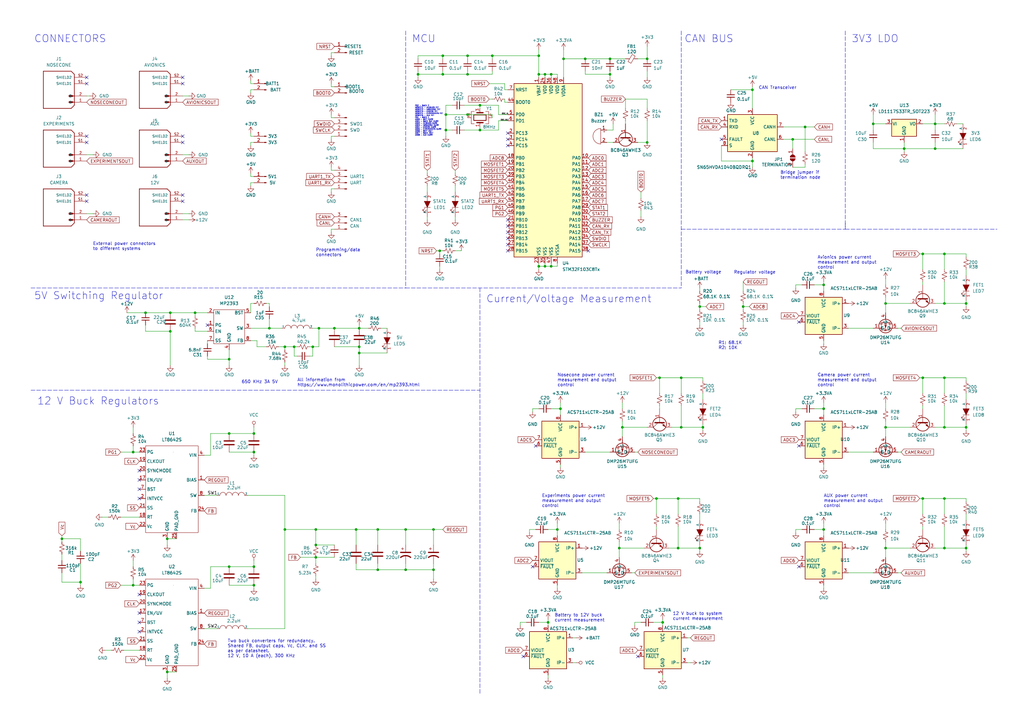
<source format=kicad_sch>
(kicad_sch (version 20211123) (generator eeschema)
  (paper "A3")
  (lib_symbols
    (symbol "436500203:436500203" (pin_names (offset 1.016))
      (property "Reference" "J" (at 0 8.89 0))
      (property "Value" "436500203" (at 0 -10.16 0))
      (symbol "436500203_0_0"
        (pin passive line (at -5.08 5.08 0) (length 5.08) (name "1") (number "1"))
        (pin passive line (at -5.08 2.54 0) (length 5.08) (name "2") (number "2"))
        (pin passive line (at -5.08 -2.54 0) (length 5.08) (name "SHIELD1") (number "S1"))
        (pin passive line (at -5.08 -5.08 0) (length 5.08) (name "SHIELD2") (number "S2"))
      )
    )
    (symbol "Connector:Conn_01x02_Male" (pin_names (offset 1.016) hide)
      (property "Reference" "J" (at 0 2.54 0))
      (property "Value" "Conn_01x02_Male" (at 0 -5.08 0))
      (symbol "Conn_01x02_Male_1_1"
        (pin passive line (at 5.08 0 180) (length 3.81) (name "Pin_1") (number "1"))
        (pin passive line (at 5.08 -2.54 180) (length 3.81) (name "Pin_2") (number "2"))
      )
    )
    (symbol "Connector:Conn_01x03_Male" (pin_names (offset 1.016) hide)
      (property "Reference" "J" (at 0 5.08 0))
      (property "Value" "Conn_01x03_Male" (at 0 -5.08 0))
      (symbol "Conn_01x03_Male_1_1"
        (pin passive line (at 5.08 2.54 180) (length 3.81) (name "Pin_1") (number "1"))
        (pin passive line (at 5.08 0 180) (length 3.81) (name "Pin_2") (number "2"))
        (pin passive line (at 5.08 -2.54 180) (length 3.81) (name "Pin_3") (number "3"))
      )
    )
    (symbol "Connector:Conn_01x04_Male" (pin_names (offset 1.016) hide)
      (property "Reference" "J" (at 0 5.08 0))
      (property "Value" "Conn_01x04_Male" (at 0 -7.62 0))
      (symbol "Conn_01x04_Male_1_1"
        (pin passive line (at 5.08 2.54 180) (length 3.81) (name "Pin_1") (number "1"))
        (pin passive line (at 5.08 0 180) (length 3.81) (name "Pin_2") (number "2"))
        (pin passive line (at 5.08 -2.54 180) (length 3.81) (name "Pin_3") (number "3"))
        (pin passive line (at 5.08 -5.08 180) (length 3.81) (name "Pin_4") (number "4"))
      )
    )
    (symbol "DMP26M7UFG:DMP26M7UFG"
      (property "Reference" "U" (at -1.27 5.08 0))
      (property "Value" "DMP26M7UFG" (at 0 7.62 0))
      (symbol "DMP26M7UFG_1_1"
        (pin passive line (at 1.27 -7.62 90) (length 2.54) (name "S") (number "1"))
        (pin passive line (at 1.27 -7.62 90) (length 2.54) hide (name "S") (number "2"))
        (pin passive line (at 1.27 -7.62 90) (length 2.54) hide (name "S") (number "3"))
        (pin input line (at -5.08 -2.54 0) (length 2.54) (name "G") (number "4"))
        (pin passive line (at 1.27 2.54 270) (length 2.54) (name "D") (number "5"))
      )
    )
    (symbol "Device:Buzzer" (pin_names (offset 0.0254) hide)
      (property "Reference" "BZ" (at 3.81 1.27 0))
      (property "Value" "Buzzer" (at 3.81 -1.27 0))
      (symbol "Buzzer_1_1"
        (pin passive line (at -2.54 2.54 0) (length 2.54) (name "-") (number "1"))
        (pin passive line (at -2.54 -2.54 0) (length 2.54) (name "+") (number "2"))
      )
    )
    (symbol "Device:C" (pin_numbers hide) (pin_names (offset 0.254))
      (property "Reference" "C" (at 0.635 2.54 0))
      (property "Value" "C" (at 0.635 -2.54 0))
      (symbol "C_1_1"
        (pin passive line (at 0 3.81 270) (length 2.794) (name "~") (number "1"))
        (pin passive line (at 0 -3.81 90) (length 2.794) (name "~") (number "2"))
      )
    )
    (symbol "Device:C_Polarized_US" (pin_numbers hide) (pin_names (offset 0.254) hide)
      (property "Reference" "C" (at 0.635 2.54 0))
      (property "Value" "C_Polarized_US" (at 0.635 -2.54 0))
      (symbol "C_Polarized_US_1_1"
        (pin passive line (at 0 3.81 270) (length 2.794) (name "~") (number "1"))
        (pin passive line (at 0 -3.81 90) (length 3.302) (name "~") (number "2"))
      )
    )
    (symbol "Device:C_Small" (pin_numbers hide) (pin_names (offset 0.254) hide)
      (property "Reference" "C" (at 0.254 1.778 0))
      (property "Value" "C_Small" (at 0.254 -2.032 0))
      (symbol "C_Small_1_1"
        (pin passive line (at 0 2.54 270) (length 2.032) (name "~") (number "1"))
        (pin passive line (at 0 -2.54 90) (length 2.032) (name "~") (number "2"))
      )
    )
    (symbol "Device:Crystal_GND24" (pin_names (offset 1.016) hide)
      (property "Reference" "Y" (at 3.175 5.08 0))
      (property "Value" "Crystal_GND24" (at 3.175 3.175 0))
      (symbol "Crystal_GND24_1_1"
        (pin passive line (at -3.81 0 0) (length 1.27) (name "1") (number "1"))
        (pin passive line (at 0 5.08 270) (length 1.27) (name "2") (number "2"))
        (pin passive line (at 3.81 0 180) (length 1.27) (name "3") (number "3"))
        (pin passive line (at 0 -5.08 90) (length 1.27) (name "4") (number "4"))
      )
    )
    (symbol "Device:FerriteBead_Small" (pin_numbers hide) (pin_names (offset 0))
      (property "Reference" "FB" (at 1.905 1.27 0))
      (property "Value" "FerriteBead_Small" (at 1.905 -1.27 0))
      (symbol "FerriteBead_Small_1_1"
        (pin passive line (at 0 2.54 270) (length 1.27) (name "~") (number "1"))
        (pin passive line (at 0 -2.54 90) (length 1.27) (name "~") (number "2"))
      )
    )
    (symbol "Device:Q_NPN_BCE" (pin_names (offset 0) hide)
      (property "Reference" "Q" (at 5.08 1.27 0))
      (property "Value" "Q_NPN_BCE" (at 5.08 -1.27 0))
      (symbol "Q_NPN_BCE_1_1"
        (pin input line (at -5.08 0 0) (length 5.715) (name "B") (number "1"))
        (pin passive line (at 2.54 5.08 270) (length 2.54) (name "C") (number "2"))
        (pin passive line (at 2.54 -5.08 90) (length 2.54) (name "E") (number "3"))
      )
    )
    (symbol "Device:R_Small_US" (pin_numbers hide) (pin_names (offset 0.254) hide)
      (property "Reference" "R" (at 0.762 0.508 0))
      (property "Value" "R_Small_US" (at 0.762 -1.016 0))
      (symbol "R_Small_US_1_1"
        (pin passive line (at 0 2.54 270) (length 1.016) (name "~") (number "1"))
        (pin passive line (at 0 -2.54 90) (length 1.016) (name "~") (number "2"))
      )
    )
    (symbol "Interface_CAN_LIN:SN65HVD257D"
      (property "Reference" "U" (at -8.89 8.89 0))
      (property "Value" "SN65HVD257D" (at 1.27 8.89 0))
      (symbol "SN65HVD257D_1_1"
        (pin input line (at -12.7 5.08 0) (length 2.54) (name "TXD") (number "1"))
        (pin power_in line (at 0 -10.16 90) (length 2.54) (name "GND") (number "2"))
        (pin power_in line (at 0 10.16 270) (length 2.54) (name "VCC") (number "3"))
        (pin output line (at -12.7 2.54 0) (length 2.54) (name "RXD") (number "4"))
        (pin open_collector line (at -12.7 -2.54 0) (length 2.54) (name "FAULT") (number "5"))
        (pin bidirectional line (at 12.7 -2.54 180) (length 2.54) (name "CANL") (number "6"))
        (pin bidirectional line (at 12.7 2.54 180) (length 2.54) (name "CANH") (number "7"))
        (pin input line (at -12.7 -5.08 0) (length 2.54) (name "S") (number "8"))
      )
    )
    (symbol "Jumper:SolderJumper_2_Open" (pin_names (offset 0) hide)
      (property "Reference" "JP" (at 0 2.032 0))
      (property "Value" "SolderJumper_2_Open" (at 0 -2.54 0))
      (symbol "SolderJumper_2_Open_1_1"
        (pin passive line (at -3.81 0 0) (length 2.54) (name "A") (number "1"))
        (pin passive line (at 3.81 0 180) (length 2.54) (name "B") (number "2"))
      )
    )
    (symbol "LT8642S:LT8642S"
      (property "Reference" "U" (at 24.13 -19.05 0))
      (property "Value" "LT8642S" (at 22.86 1.27 0))
      (symbol "LT8642S_1_1"
        (pin power_in line (at 36.83 -15.24 180) (length 2.54) (name "BIAS") (number "1"))
        (pin passive line (at 36.83 -21.59 180) (length 2.54) hide (name "SW") (number "10"))
        (pin passive line (at 36.83 -21.59 180) (length 2.54) hide (name "SW") (number "11"))
        (pin passive line (at 36.83 -21.59 180) (length 2.54) hide (name "SW") (number "12"))
        (pin passive line (at 36.83 -5.08 180) (length 2.54) hide (name "VIN") (number "13"))
        (pin passive line (at 36.83 -5.08 180) (length 2.54) hide (name "VIN") (number "14"))
        (pin passive line (at 36.83 -5.08 180) (length 2.54) hide (name "VIN") (number "15"))
        (pin passive line (at 21.59 -39.37 90) (length 2.54) hide (name "GND") (number "16"))
        (pin input line (at 10.16 -15.24 0) (length 2.54) (name "EN/UV") (number "17"))
        (pin input line (at 10.16 -30.48 0) (length 2.54) (name "RT") (number "18"))
        (pin output line (at 10.16 -7.62 0) (length 2.54) (name "CLKOUT") (number "19"))
        (pin output line (at 10.16 -22.86 0) (length 2.54) (name "INTVCC") (number "2"))
        (pin input line (at 10.16 -11.43 0) (length 2.54) (name "SYNCMODE") (number "20"))
        (pin input line (at 10.16 -26.67 0) (length 2.54) (name "SS") (number "21"))
        (pin input line (at 10.16 -34.29 0) (length 2.54) (name "Vc") (number "22"))
        (pin output line (at 10.16 -3.81 0) (length 2.54) (name "PG") (number "23"))
        (pin input line (at 36.83 -27.94 180) (length 2.54) (name "FB") (number "24"))
        (pin input line (at 25.4 -39.37 90) (length 2.54) (name "PAD_GND") (number "25"))
        (pin passive line (at 25.4 -39.37 90) (length 2.54) hide (name "PAD_GND") (number "26"))
        (pin passive line (at 25.4 -39.37 90) (length 2.54) hide (name "PAD_GND") (number "27"))
        (pin passive line (at 25.4 -39.37 90) (length 2.54) hide (name "PAD_GND") (number "28"))
        (pin input line (at 21.59 -39.37 90) (length 2.54) (name "GND") (number "3"))
        (pin input line (at 36.83 -5.08 180) (length 2.54) (name "VIN") (number "4"))
        (pin passive line (at 36.83 -5.08 180) (length 2.54) hide (name "VIN") (number "5"))
        (pin passive line (at 36.83 -5.08 180) (length 2.54) hide (name "VIN") (number "6"))
        (pin output line (at 10.16 -19.05 0) (length 2.54) (name "BST") (number "7"))
        (pin power_out line (at 36.83 -21.59 180) (length 2.54) (name "SW") (number "8"))
        (pin passive line (at 36.83 -21.59 180) (length 2.54) hide (name "SW") (number "9"))
      )
    )
    (symbol "MCU_ST_STM32F1:STM32F103C8Tx"
      (property "Reference" "U" (at -15.24 36.83 0))
      (property "Value" "STM32F103C8Tx" (at 7.62 36.83 0))
      (symbol "STM32F103C8Tx_1_1"
        (pin power_in line (at -5.08 38.1 270) (length 2.54) (name "VBAT") (number "1"))
        (pin bidirectional line (at 15.24 5.08 180) (length 2.54) (name "PA0") (number "10"))
        (pin bidirectional line (at 15.24 2.54 180) (length 2.54) (name "PA1") (number "11"))
        (pin bidirectional line (at 15.24 0 180) (length 2.54) (name "PA2") (number "12"))
        (pin bidirectional line (at 15.24 -2.54 180) (length 2.54) (name "PA3") (number "13"))
        (pin bidirectional line (at 15.24 -5.08 180) (length 2.54) (name "PA4") (number "14"))
        (pin bidirectional line (at 15.24 -7.62 180) (length 2.54) (name "PA5") (number "15"))
        (pin bidirectional line (at 15.24 -10.16 180) (length 2.54) (name "PA6") (number "16"))
        (pin bidirectional line (at 15.24 -12.7 180) (length 2.54) (name "PA7") (number "17"))
        (pin bidirectional line (at -17.78 5.08 0) (length 2.54) (name "PB0") (number "18"))
        (pin bidirectional line (at -17.78 2.54 0) (length 2.54) (name "PB1") (number "19"))
        (pin bidirectional line (at -17.78 15.24 0) (length 2.54) (name "PC13") (number "2"))
        (pin bidirectional line (at -17.78 0 0) (length 2.54) (name "PB2") (number "20"))
        (pin bidirectional line (at -17.78 -20.32 0) (length 2.54) (name "PB10") (number "21"))
        (pin bidirectional line (at -17.78 -22.86 0) (length 2.54) (name "PB11") (number "22"))
        (pin power_in line (at -5.08 -38.1 90) (length 2.54) (name "VSS") (number "23"))
        (pin power_in line (at -2.54 38.1 270) (length 2.54) (name "VDD") (number "24"))
        (pin bidirectional line (at -17.78 -25.4 0) (length 2.54) (name "PB12") (number "25"))
        (pin bidirectional line (at -17.78 -27.94 0) (length 2.54) (name "PB13") (number "26"))
        (pin bidirectional line (at -17.78 -30.48 0) (length 2.54) (name "PB14") (number "27"))
        (pin bidirectional line (at -17.78 -33.02 0) (length 2.54) (name "PB15") (number "28"))
        (pin bidirectional line (at 15.24 -15.24 180) (length 2.54) (name "PA8") (number "29"))
        (pin bidirectional line (at -17.78 12.7 0) (length 2.54) (name "PC14") (number "3"))
        (pin bidirectional line (at 15.24 -17.78 180) (length 2.54) (name "PA9") (number "30"))
        (pin bidirectional line (at 15.24 -20.32 180) (length 2.54) (name "PA10") (number "31"))
        (pin bidirectional line (at 15.24 -22.86 180) (length 2.54) (name "PA11") (number "32"))
        (pin bidirectional line (at 15.24 -25.4 180) (length 2.54) (name "PA12") (number "33"))
        (pin bidirectional line (at 15.24 -27.94 180) (length 2.54) (name "PA13") (number "34"))
        (pin power_in line (at -2.54 -38.1 90) (length 2.54) (name "VSS") (number "35"))
        (pin power_in line (at 0 38.1 270) (length 2.54) (name "VDD") (number "36"))
        (pin bidirectional line (at 15.24 -30.48 180) (length 2.54) (name "PA14") (number "37"))
        (pin bidirectional line (at 15.24 -33.02 180) (length 2.54) (name "PA15") (number "38"))
        (pin bidirectional line (at -17.78 -2.54 0) (length 2.54) (name "PB3") (number "39"))
        (pin bidirectional line (at -17.78 10.16 0) (length 2.54) (name "PC15") (number "4"))
        (pin bidirectional line (at -17.78 -5.08 0) (length 2.54) (name "PB4") (number "40"))
        (pin bidirectional line (at -17.78 -7.62 0) (length 2.54) (name "PB5") (number "41"))
        (pin bidirectional line (at -17.78 -10.16 0) (length 2.54) (name "PB6") (number "42"))
        (pin bidirectional line (at -17.78 -12.7 0) (length 2.54) (name "PB7") (number "43"))
        (pin input line (at -17.78 27.94 0) (length 2.54) (name "BOOT0") (number "44"))
        (pin bidirectional line (at -17.78 -15.24 0) (length 2.54) (name "PB8") (number "45"))
        (pin bidirectional line (at -17.78 -17.78 0) (length 2.54) (name "PB9") (number "46"))
        (pin power_in line (at 0 -38.1 90) (length 2.54) (name "VSS") (number "47"))
        (pin power_in line (at 2.54 38.1 270) (length 2.54) (name "VDD") (number "48"))
        (pin input line (at -17.78 22.86 0) (length 2.54) (name "PD0") (number "5"))
        (pin input line (at -17.78 20.32 0) (length 2.54) (name "PD1") (number "6"))
        (pin input line (at -17.78 33.02 0) (length 2.54) (name "NRST") (number "7"))
        (pin power_in line (at 2.54 -38.1 90) (length 2.54) (name "VSSA") (number "8"))
        (pin power_in line (at 5.08 38.1 270) (length 2.54) (name "VDDA") (number "9"))
      )
    )
    (symbol "MP2393:MP2393"
      (property "Reference" "U" (at 0 8.89 0))
      (property "Value" "MP2393" (at 0 7.62 0))
      (symbol "MP2393_1_1"
        (pin input line (at -8.89 0 0) (length 2.54) (name "PG") (number "1"))
        (pin input line (at -8.89 5.08 0) (length 2.54) (name "IN") (number "2"))
        (pin input line (at 8.89 -1.27 180) (length 2.54) (name "SW") (number "3"))
        (pin input line (at 0 -10.16 90) (length 2.54) (name "GND") (number "4"))
        (pin input line (at 8.89 5.08 180) (length 2.54) (name "BST") (number "5"))
        (pin input line (at -8.89 -2.54 0) (length 2.54) (name "EN") (number "6"))
        (pin input line (at -8.89 -6.35 0) (length 2.54) (name "SS") (number "7"))
        (pin input line (at 8.89 -6.35 180) (length 2.54) (name "FB") (number "8"))
      )
    )
    (symbol "OLIMEX_Diodes:LED" (pin_names (offset 0))
      (property "Reference" "LED" (at 0 2.54 0))
      (property "Value" "LED" (at 0 -2.54 0))
      (symbol "LED_1_1"
        (pin passive line (at -5.08 0 0) (length 3.81) (name "K") (number "1"))
        (pin passive line (at 5.08 0 180) (length 3.81) (name "A") (number "2"))
      )
    )
    (symbol "OLIMEX_Power:+12V" (power) (pin_names (offset 0))
      (property "Value" "+12V" (at 0 3.556 0))
      (symbol "+12V_1_1"
        (pin power_in line (at 0 0 90) (length 0) hide (name "+12V") (number "1"))
      )
    )
    (symbol "OLIMEX_Power:+3.3V" (power) (pin_names (offset 0))
      (property "Value" "+3.3V" (at 0 3.556 0))
      (symbol "+3.3V_1_1"
        (pin power_in line (at 0 0 90) (length 0) hide (name "+3V3") (number "1"))
      )
    )
    (symbol "OLIMEX_Power:+3.3VA" (power) (pin_names (offset 0))
      (property "Value" "+3.3VA" (at 0 3.556 0))
      (symbol "+3.3VA_1_1"
        (pin power_in line (at 0 0 90) (length 0) hide (name "+3.3VA") (number "1"))
      )
    )
    (symbol "OLIMEX_Power:+5V" (power) (pin_names (offset 0))
      (property "Value" "+5V" (at 0 3.556 0))
      (symbol "+5V_1_1"
        (pin power_in line (at 0 0 90) (length 0) hide (name "+5V") (number "1"))
      )
    )
    (symbol "OLIMEX_Power:GND" (power) (pin_names (offset 0))
      (property "Value" "GND" (at 0 -3.81 0))
      (symbol "GND_1_1"
        (pin power_in line (at 0 0 270) (length 0) hide (name "GND") (number "1"))
      )
    )
    (symbol "OLIMEX_Power:VCC" (power) (pin_names (offset 0))
      (property "Value" "VCC" (at 0 3.81 0))
      (symbol "VCC_1_1"
        (pin power_in line (at 0 0 90) (length 0) hide (name "VCC") (number "1"))
      )
    )
    (symbol "Regulator_Linear:LD1117S33TR_SOT223" (pin_names (offset 0.254))
      (property "Reference" "U" (at -3.81 3.175 0))
      (property "Value" "LD1117S33TR_SOT223" (at 0 3.175 0))
      (symbol "LD1117S33TR_SOT223_1_1"
        (pin power_in line (at 0 -7.62 90) (length 2.54) (name "GND") (number "1"))
        (pin power_out line (at 7.62 0 180) (length 2.54) (name "VO") (number "2"))
        (pin power_in line (at -7.62 0 0) (length 2.54) (name "VI") (number "3"))
      )
    )
    (symbol "Sensor_Current:ACS711xLCTR-25AB"
      (property "Reference" "U" (at 8.89 6.35 0))
      (property "Value" "ACS711xLCTR-25AB" (at 8.89 3.81 0))
      (symbol "ACS711xLCTR-25AB_1_1"
        (pin passive line (at -10.16 5.08 0) (length 2.54) (name "IP+") (number "1"))
        (pin passive line (at -10.16 5.08 0) (length 2.54) hide (name "IP+") (number "2"))
        (pin passive line (at -10.16 -5.08 0) (length 2.54) (name "IP-") (number "3"))
        (pin passive line (at -10.16 -5.08 0) (length 2.54) hide (name "IP-") (number "4"))
        (pin power_in line (at 0 -10.16 90) (length 2.54) (name "GND") (number "5"))
        (pin output line (at 10.16 -2.54 180) (length 2.54) (name "~{FAULT}") (number "6"))
        (pin output line (at 10.16 0 180) (length 2.54) (name "VIOUT") (number "7"))
        (pin power_in line (at 0 10.16 270) (length 2.54) (name "VCC") (number "8"))
      )
    )
    (symbol "power:+BATT" (power) (pin_names (offset 0))
      (property "Value" "+BATT" (at 0 3.556 0))
      (symbol "+BATT_1_1"
        (pin power_in line (at 0 0 90) (length 0) hide (name "+BATT") (number "1"))
      )
    )
    (symbol "pspice:INDUCTOR" (pin_numbers hide) (pin_names (offset 0))
      (property "Reference" "L" (at 0 2.54 0))
      (property "Value" "INDUCTOR" (at 0 -1.27 0))
      (symbol "INDUCTOR_1_1"
        (pin input line (at -6.35 0 0) (length 1.27) (name "1") (number "1"))
        (pin input line (at 6.35 0 180) (length 1.27) (name "2") (number "2"))
      )
    )
  )
  (junction (at 383.54 50.8))
  (junction (at 265.43 24.13))
  (junction (at 196.85 53.34))
  (junction (at 93.98 177.8))
  (junction (at 180.34 102.87))
  (junction (at 308.61 66.04))
  (junction (at 120.65 142.24))
  (junction (at 68.58 275.59))
  (junction (at 370.84 60.96))
  (junction (at 383.54 60.96))
  (junction (at 288.29 175.26))
  (junction (at 25.4 220.98))
  (junction (at 231.14 24.13))
  (junction (at 166.37 217.17))
  (junction (at 278.13 204.47))
  (junction (at 147.32 142.24))
  (junction (at 396.24 124.46))
  (junction (at 363.22 224.79))
  (junction (at 191.77 22.86))
  (junction (at 378.46 104.14))
  (junction (at 358.14 50.8))
  (junction (at 325.12 57.15))
  (junction (at 223.52 109.22))
  (junction (at 220.98 109.22))
  (junction (at 396.24 224.79))
  (junction (at 177.8 233.68))
  (junction (at 80.01 128.27))
  (junction (at 220.98 30.48))
  (junction (at 287.02 125.73))
  (junction (at 387.35 124.46))
  (junction (at 171.45 30.48))
  (junction (at 116.84 217.17))
  (junction (at 147.32 144.78))
  (junction (at 304.8 125.73))
  (junction (at 181.61 22.86))
  (junction (at 129.54 223.52))
  (junction (at 279.4 175.26))
  (junction (at 177.8 217.17))
  (junction (at 104.14 177.8))
  (junction (at 104.14 185.42))
  (junction (at 181.61 30.48))
  (junction (at 129.54 217.17))
  (junction (at 337.82 116.84))
  (junction (at 146.05 217.17))
  (junction (at 69.85 128.27))
  (junction (at 220.98 22.86))
  (junction (at 128.27 142.24))
  (junction (at 278.13 224.79))
  (junction (at 224.79 255.27))
  (junction (at 269.24 204.47))
  (junction (at 387.35 224.79))
  (junction (at 308.61 36.83))
  (junction (at 229.87 167.64))
  (junction (at 201.93 22.86))
  (junction (at 250.19 30.48))
  (junction (at 154.94 233.68))
  (junction (at 228.6 217.17))
  (junction (at 182.88 46.99))
  (junction (at 363.22 124.46))
  (junction (at 104.14 232.41))
  (junction (at 59.69 128.27))
  (junction (at 54.61 185.42))
  (junction (at 387.35 104.14))
  (junction (at 182.88 53.34))
  (junction (at 287.02 224.79))
  (junction (at 93.98 232.41))
  (junction (at 396.24 175.26))
  (junction (at 191.77 30.48))
  (junction (at 378.46 154.94))
  (junction (at 271.78 255.27))
  (junction (at 110.49 134.62))
  (junction (at 137.16 134.62))
  (junction (at 250.19 24.13))
  (junction (at 191.77 46.99))
  (junction (at 166.37 233.68))
  (junction (at 223.52 30.48))
  (junction (at 387.35 154.94))
  (junction (at 226.06 109.22))
  (junction (at 69.85 135.89))
  (junction (at 129.54 228.6))
  (junction (at 116.84 142.24))
  (junction (at 255.27 175.26))
  (junction (at 387.35 204.47))
  (junction (at 154.94 217.17))
  (junction (at 196.85 43.18))
  (junction (at 104.14 240.03))
  (junction (at 240.03 24.13))
  (junction (at 54.61 240.03))
  (junction (at 226.06 30.48))
  (junction (at 147.32 134.62))
  (junction (at 279.4 154.94))
  (junction (at 387.35 175.26))
  (junction (at 130.81 134.62))
  (junction (at 93.98 147.32))
  (junction (at 378.46 204.47))
  (junction (at 68.58 220.98))
  (junction (at 270.51 154.94))
  (junction (at 337.82 217.17))
  (junction (at 330.2 52.07))
  (junction (at 33.02 238.76))
  (junction (at 265.43 58.42))
  (junction (at 254 224.79))
  (junction (at 363.22 175.26))
  (junction (at 337.82 167.64))
  (no_connect (at 57.15 243.84))
  (no_connect (at 57.15 251.46))
  (no_connect (at 57.15 255.27))
  (no_connect (at 57.15 259.08))
  (no_connect (at 57.15 193.04))
  (no_connect (at 57.15 196.85))
  (no_connect (at 57.15 200.66))
  (no_connect (at 57.15 204.47))
  (no_connect (at 85.09 133.35))
  (no_connect (at 214.63 269.24))
  (no_connect (at 208.28 97.79))
  (no_connect (at 208.28 100.33))
  (no_connect (at 208.28 102.87))
  (no_connect (at 327.66 232.41))
  (no_connect (at 327.66 132.08))
  (no_connect (at 35.56 80.01))
  (no_connect (at 35.56 82.55))
  (no_connect (at 35.56 58.42))
  (no_connect (at 35.56 55.88))
  (no_connect (at 35.56 31.75))
  (no_connect (at 35.56 34.29))
  (no_connect (at 74.93 31.75))
  (no_connect (at 295.91 57.15))
  (no_connect (at 261.62 269.24))
  (no_connect (at 219.71 182.88))
  (no_connect (at 208.28 95.25))
  (no_connect (at 218.44 232.41))
  (no_connect (at 208.28 90.17))
  (no_connect (at 208.28 92.71))
  (no_connect (at 241.3 102.87))
  (no_connect (at 74.93 80.01))
  (no_connect (at 74.93 82.55))
  (no_connect (at 74.93 55.88))
  (no_connect (at 74.93 58.42))
  (no_connect (at 74.93 34.29))
  (no_connect (at 208.28 59.69))
  (no_connect (at 208.28 57.15))
  (no_connect (at 208.28 54.61))
  (no_connect (at 327.66 182.88))
  (wire (pts (xy 135.89 35.56) (xy 137.16 35.56)))
  (wire (pts (xy 224.79 255.27) (xy 224.79 256.54)))
  (wire (pts (xy 166.37 217.17) (xy 166.37 223.52)))
  (wire (pts (xy 358.14 46.99) (xy 358.14 50.8)))
  (wire (pts (xy 260.35 234.95) (xy 259.08 234.95)))
  (wire (pts (xy 129.54 237.49) (xy 129.54 236.22)))
  (wire (pts (xy 383.54 175.26) (xy 387.35 175.26)))
  (wire (pts (xy 93.98 177.8) (xy 104.14 177.8)))
  (wire (pts (xy 186.69 88.9) (xy 186.69 90.17)))
  (wire (pts (xy 387.35 124.46) (xy 396.24 124.46)))
  (wire (pts (xy 25.4 238.76) (xy 33.02 238.76)))
  (wire (pts (xy 177.8 231.14) (xy 177.8 233.68)))
  (wire (pts (xy 321.31 57.15) (xy 325.12 57.15)))
  (wire (pts (xy 33.02 240.03) (xy 33.02 238.76)))
  (wire (pts (xy 265.43 19.05) (xy 265.43 24.13)))
  (wire (pts (xy 104.14 58.42) (xy 102.87 58.42)))
  (wire (pts (xy 110.49 124.46) (xy 110.49 125.73)))
  (wire (pts (xy 220.98 255.27) (xy 224.79 255.27)))
  (wire (pts (xy 201.93 46.99) (xy 191.77 46.99)))
  (wire (pts (xy 377.19 154.94) (xy 378.46 154.94)))
  (wire (pts (xy 102.87 74.93) (xy 102.87 76.2)))
  (wire (pts (xy 25.4 220.98) (xy 33.02 220.98)))
  (wire (pts (xy 308.61 35.56) (xy 308.61 36.83)))
  (wire (pts (xy 269.24 215.9) (xy 269.24 217.17)))
  (wire (pts (xy 334.01 167.64) (xy 337.82 167.64)))
  (wire (pts (xy 127 142.24) (xy 128.27 142.24)))
  (wire (pts (xy 181.61 22.86) (xy 171.45 22.86)))
  (wire (pts (xy 226.06 31.75) (xy 226.06 30.48)))
  (wire (pts (xy 269.24 154.94) (xy 270.51 154.94)))
  (wire (pts (xy 102.87 34.29) (xy 104.14 34.29)))
  (wire (pts (xy 54.61 240.03) (xy 57.15 240.03)))
  (wire (pts (xy 330.2 62.23) (xy 330.2 52.07)))
  (wire (pts (xy 196.85 43.18) (xy 204.47 43.18)))
  (wire (pts (xy 181.61 24.13) (xy 181.61 22.86)))
  (wire (pts (xy 218.44 167.64) (xy 218.44 168.91)))
  (wire (pts (xy 260.35 255.27) (xy 260.35 256.54)))
  (wire (pts (xy 201.93 30.48) (xy 191.77 30.48)))
  (wire (pts (xy 383.54 58.42) (xy 383.54 60.96)))
  (wire (pts (xy 287.02 205.74) (xy 287.02 204.47)))
  (wire (pts (xy 370.84 62.23) (xy 370.84 60.96)))
  (wire (pts (xy 330.2 67.31) (xy 330.2 68.58)))
  (wire (pts (xy 220.98 107.95) (xy 220.98 109.22)))
  (wire (pts (xy 255.27 175.26) (xy 265.43 175.26)))
  (wire (pts (xy 328.93 116.84) (xy 326.39 116.84)))
  (wire (pts (xy 383.54 50.8) (xy 387.35 50.8)))
  (wire (pts (xy 261.62 185.42) (xy 260.35 185.42)))
  (wire (pts (xy 102.87 55.88) (xy 104.14 55.88)))
  (wire (pts (xy 387.35 204.47) (xy 387.35 210.82)))
  (wire (pts (xy 363.22 50.8) (xy 358.14 50.8)))
  (wire (pts (xy 334.01 217.17) (xy 337.82 217.17)))
  (wire (pts (xy 240.03 29.21) (xy 240.03 30.48)))
  (wire (pts (xy 25.4 222.25) (xy 25.4 220.98)))
  (wire (pts (xy 287.02 132.08) (xy 287.02 133.35)))
  (wire (pts (xy 116.84 142.24) (xy 116.84 143.51)))
  (wire (pts (xy 217.17 217.17) (xy 217.17 218.44)))
  (wire (pts (xy 190.5 53.34) (xy 196.85 53.34)))
  (wire (pts (xy 363.22 214.63) (xy 363.22 217.17)))
  (polyline (pts (xy 196.85 118.11) (xy 196.85 284.48)))
  (wire (pts (xy 378.46 50.8) (xy 383.54 50.8)))
  (wire (pts (xy 86.36 241.3) (xy 86.36 232.41)))
  (wire (pts (xy 228.6 214.63) (xy 228.6 217.17)))
  (wire (pts (xy 102.87 38.1) (xy 102.87 36.83)))
  (wire (pts (xy 287.02 118.11) (xy 287.02 119.38)))
  (wire (pts (xy 77.47 39.37) (xy 74.93 39.37)))
  (wire (pts (xy 137.16 142.24) (xy 147.32 142.24)))
  (wire (pts (xy 180.34 102.87) (xy 180.34 104.14)))
  (wire (pts (xy 228.6 31.75) (xy 228.6 30.48)))
  (wire (pts (xy 220.98 20.32) (xy 220.98 22.86)))
  (wire (pts (xy 86.36 177.8) (xy 93.98 177.8)))
  (wire (pts (xy 83.82 186.69) (xy 86.36 186.69)))
  (wire (pts (xy 175.26 76.2) (xy 175.26 78.74)))
  (wire (pts (xy 223.52 31.75) (xy 223.52 30.48)))
  (wire (pts (xy 207.01 34.29) (xy 207.01 36.83)))
  (wire (pts (xy 250.19 29.21) (xy 250.19 30.48)))
  (wire (pts (xy 240.03 185.42) (xy 250.19 185.42)))
  (wire (pts (xy 229.87 190.5) (xy 229.87 191.77)))
  (wire (pts (xy 154.94 233.68) (xy 166.37 233.68)))
  (wire (pts (xy 337.82 240.03) (xy 337.82 241.3)))
  (wire (pts (xy 181.61 30.48) (xy 171.45 30.48)))
  (wire (pts (xy 116.84 142.24) (xy 120.65 142.24)))
  (wire (pts (xy 190.5 43.18) (xy 196.85 43.18)))
  (wire (pts (xy 201.93 24.13) (xy 201.93 22.86)))
  (wire (pts (xy 229.87 165.1) (xy 229.87 167.64)))
  (wire (pts (xy 147.32 142.24) (xy 147.32 144.78)))
  (wire (pts (xy 146.05 217.17) (xy 146.05 223.52)))
  (wire (pts (xy 102.87 139.7) (xy 105.41 139.7)))
  (wire (pts (xy 105.41 142.24) (xy 109.22 142.24)))
  (wire (pts (xy 396.24 105.41) (xy 396.24 104.14)))
  (wire (pts (xy 129.54 228.6) (xy 129.54 231.14)))
  (wire (pts (xy 85.09 146.05) (xy 85.09 147.32)))
  (wire (pts (xy 363.22 175.26) (xy 363.22 179.07)))
  (wire (pts (xy 328.93 217.17) (xy 326.39 217.17)))
  (wire (pts (xy 166.37 231.14) (xy 166.37 233.68)))
  (wire (pts (xy 204.47 49.53) (xy 208.28 49.53)))
  (wire (pts (xy 185.42 53.34) (xy 182.88 53.34)))
  (wire (pts (xy 49.53 212.09) (xy 57.15 212.09)))
  (wire (pts (xy 287.02 223.52) (xy 287.02 224.79)))
  (wire (pts (xy 326.39 116.84) (xy 326.39 118.11)))
  (wire (pts (xy 135.89 34.29) (xy 135.89 35.56)))
  (wire (pts (xy 181.61 102.87) (xy 180.34 102.87)))
  (wire (pts (xy 224.79 276.86) (xy 224.79 278.13)))
  (wire (pts (xy 204.47 53.34) (xy 204.47 49.53)))
  (wire (pts (xy 44.45 212.09) (xy 41.91 212.09)))
  (wire (pts (xy 102.87 134.62) (xy 110.49 134.62)))
  (wire (pts (xy 93.98 232.41) (xy 104.14 232.41)))
  (wire (pts (xy 287.02 210.82) (xy 287.02 213.36)))
  (wire (pts (xy 262.89 86.36) (xy 262.89 88.9)))
  (wire (pts (xy 299.72 36.83) (xy 308.61 36.83)))
  (wire (pts (xy 325.12 57.15) (xy 334.01 57.15)))
  (wire (pts (xy 321.31 52.07) (xy 330.2 52.07)))
  (wire (pts (xy 101.6 257.81) (xy 116.84 257.81)))
  (wire (pts (xy 85.09 147.32) (xy 93.98 147.32)))
  (wire (pts (xy 207.01 36.83) (xy 208.28 36.83)))
  (wire (pts (xy 229.87 167.64) (xy 229.87 170.18)))
  (wire (pts (xy 238.76 234.95) (xy 248.92 234.95)))
  (wire (pts (xy 363.22 121.92) (xy 363.22 124.46)))
  (wire (pts (xy 383.54 224.79) (xy 387.35 224.79)))
  (wire (pts (xy 93.98 185.42) (xy 104.14 185.42)))
  (wire (pts (xy 254 214.63) (xy 254 217.17)))
  (wire (pts (xy 102.87 72.39) (xy 104.14 72.39)))
  (wire (pts (xy 396.24 123.19) (xy 396.24 124.46)))
  (wire (pts (xy 255.27 165.1) (xy 255.27 167.64)))
  (wire (pts (xy 45.72 266.7) (xy 43.18 266.7)))
  (wire (pts (xy 387.35 224.79) (xy 396.24 224.79)))
  (wire (pts (xy 396.24 104.14) (xy 387.35 104.14)))
  (wire (pts (xy 191.77 22.86) (xy 181.61 22.86)))
  (wire (pts (xy 147.32 134.62) (xy 151.13 134.62)))
  (wire (pts (xy 154.94 231.14) (xy 154.94 233.68)))
  (wire (pts (xy 378.46 166.37) (xy 378.46 167.64)))
  (wire (pts (xy 240.03 24.13) (xy 250.19 24.13)))
  (wire (pts (xy 347.98 234.95) (xy 358.14 234.95)))
  (wire (pts (xy 254 224.79) (xy 264.16 224.79)))
  (wire (pts (xy 116.84 142.24) (xy 114.3 142.24)))
  (wire (pts (xy 50.8 266.7) (xy 57.15 266.7)))
  (wire (pts (xy 396.24 173.99) (xy 396.24 175.26)))
  (wire (pts (xy 104.14 229.87) (xy 104.14 232.41)))
  (wire (pts (xy 54.61 185.42) (xy 57.15 185.42)))
  (wire (pts (xy 86.36 186.69) (xy 86.36 177.8)))
  (wire (pts (xy 196.85 44.45) (xy 196.85 43.18)))
  (wire (pts (xy 240.03 30.48) (xy 250.19 30.48)))
  (wire (pts (xy 358.14 60.96) (xy 370.84 60.96)))
  (wire (pts (xy 396.24 156.21) (xy 396.24 154.94)))
  (wire (pts (xy 68.58 220.98) (xy 68.58 223.52)))
  (wire (pts (xy 255.27 172.72) (xy 255.27 175.26)))
  (wire (pts (xy 185.42 43.18) (xy 182.88 43.18)))
  (wire (pts (xy 358.14 50.8) (xy 358.14 53.34)))
  (wire (pts (xy 275.59 175.26) (xy 279.4 175.26)))
  (wire (pts (xy 231.14 31.75) (xy 231.14 24.13)))
  (polyline (pts (xy 166.37 12.7) (xy 166.37 118.11)))
  (wire (pts (xy 154.94 217.17) (xy 166.37 217.17)))
  (wire (pts (xy 396.24 210.82) (xy 396.24 213.36)))
  (wire (pts (xy 123.19 228.6) (xy 129.54 228.6)))
  (wire (pts (xy 54.61 229.87) (xy 54.61 232.41)))
  (wire (pts (xy 189.23 102.87) (xy 186.69 102.87)))
  (wire (pts (xy 135.89 69.85) (xy 137.16 69.85)))
  (wire (pts (xy 104.14 240.03) (xy 104.14 241.3)))
  (wire (pts (xy 130.81 142.24) (xy 130.81 134.62)))
  (wire (pts (xy 288.29 156.21) (xy 288.29 154.94)))
  (wire (pts (xy 182.88 53.34) (xy 182.88 55.88)))
  (wire (pts (xy 383.54 124.46) (xy 387.35 124.46)))
  (wire (pts (xy 175.26 71.12) (xy 175.26 69.85)))
  (wire (pts (xy 33.02 238.76) (xy 33.02 231.14)))
  (wire (pts (xy 207.01 40.64) (xy 207.01 41.91)))
  (wire (pts (xy 231.14 20.32) (xy 231.14 24.13)))
  (wire (pts (xy 135.89 77.47) (xy 135.89 78.74)))
  (wire (pts (xy 116.84 217.17) (xy 129.54 217.17)))
  (wire (pts (xy 304.8 125.73) (xy 307.34 125.73)))
  (wire (pts (xy 287.02 124.46) (xy 287.02 125.73)))
  (wire (pts (xy 200.66 40.64) (xy 201.93 40.64)))
  (wire (pts (xy 201.93 22.86) (xy 220.98 22.86)))
  (wire (pts (xy 337.82 167.64) (xy 337.82 170.18)))
  (wire (pts (xy 288.29 175.26) (xy 288.29 176.53)))
  (wire (pts (xy 251.46 53.34) (xy 251.46 50.8)))
  (wire (pts (xy 224.79 254) (xy 224.79 255.27)))
  (wire (pts (xy 223.52 30.48) (xy 220.98 30.48)))
  (polyline (pts (xy 279.4 12.7) (xy 279.4 118.11)))
  (wire (pts (xy 308.61 66.04) (xy 308.61 68.58)))
  (wire (pts (xy 265.43 49.53) (xy 265.43 58.42)))
  (wire (pts (xy 54.61 182.88) (xy 54.61 185.42)))
  (wire (pts (xy 25.4 229.87) (xy 25.4 227.33)))
  (wire (pts (xy 171.45 29.21) (xy 171.45 30.48)))
  (wire (pts (xy 59.69 135.89) (xy 69.85 135.89)))
  (wire (pts (xy 135.89 68.58) (xy 135.89 69.85)))
  (wire (pts (xy 326.39 217.17) (xy 326.39 218.44)))
  (wire (pts (xy 295.91 66.04) (xy 308.61 66.04)))
  (wire (pts (xy 278.13 204.47) (xy 278.13 210.82)))
  (wire (pts (xy 182.88 43.18) (xy 182.88 46.99)))
  (wire (pts (xy 38.1 63.5) (xy 35.56 63.5)))
  (wire (pts (xy 147.32 133.35) (xy 147.32 134.62)))
  (wire (pts (xy 220.98 167.64) (xy 218.44 167.64)))
  (wire (pts (xy 337.82 190.5) (xy 337.82 191.77)))
  (wire (pts (xy 363.22 165.1) (xy 363.22 167.64)))
  (wire (pts (xy 363.22 222.25) (xy 363.22 224.79)))
  (wire (pts (xy 267.97 255.27) (xy 271.78 255.27)))
  (polyline (pts (xy 12.7 160.02) (xy 196.85 160.02)))
  (wire (pts (xy 102.87 71.12) (xy 102.87 72.39)))
  (wire (pts (xy 104.14 175.26) (xy 104.14 177.8)))
  (wire (pts (xy 279.4 154.94) (xy 279.4 161.29)))
  (wire (pts (xy 49.53 185.42) (xy 54.61 185.42)))
  (wire (pts (xy 248.92 58.42) (xy 251.46 58.42)))
  (wire (pts (xy 166.37 233.68) (xy 177.8 233.68)))
  (wire (pts (xy 231.14 24.13) (xy 240.03 24.13)))
  (wire (pts (xy 228.6 240.03) (xy 228.6 241.3)))
  (wire (pts (xy 220.98 109.22) (xy 220.98 110.49)))
  (wire (pts (xy 334.01 116.84) (xy 337.82 116.84)))
  (wire (pts (xy 255.27 175.26) (xy 255.27 179.07)))
  (wire (pts (xy 201.93 22.86) (xy 191.77 22.86)))
  (wire (pts (xy 116.84 148.59) (xy 116.84 149.86)))
  (wire (pts (xy 54.61 175.26) (xy 54.61 177.8)))
  (wire (pts (xy 196.85 53.34) (xy 204.47 53.34)))
  (wire (pts (xy 330.2 52.07) (xy 334.01 52.07)))
  (wire (pts (xy 69.85 135.89) (xy 69.85 149.86)))
  (wire (pts (xy 102.87 58.42) (xy 102.87 59.69)))
  (wire (pts (xy 308.61 64.77) (xy 308.61 66.04)))
  (wire (pts (xy 220.98 31.75) (xy 220.98 30.48)))
  (wire (pts (xy 137.16 77.47) (xy 135.89 77.47)))
  (wire (pts (xy 267.97 204.47) (xy 269.24 204.47)))
  (wire (pts (xy 387.35 154.94) (xy 387.35 161.29)))
  (wire (pts (xy 363.22 172.72) (xy 363.22 175.26)))
  (wire (pts (xy 224.79 217.17) (xy 228.6 217.17)))
  (wire (pts (xy 59.69 128.27) (xy 69.85 128.27)))
  (wire (pts (xy 80.01 128.27) (xy 85.09 128.27)))
  (wire (pts (xy 369.57 234.95) (xy 368.3 234.95)))
  (wire (pts (xy 68.58 275.59) (xy 72.39 275.59)))
  (wire (pts (xy 166.37 217.17) (xy 177.8 217.17)))
  (wire (pts (xy 396.24 161.29) (xy 396.24 163.83)))
  (wire (pts (xy 177.8 217.17) (xy 181.61 217.17)))
  (wire (pts (xy 129.54 217.17) (xy 146.05 217.17)))
  (wire (pts (xy 281.94 261.62) (xy 283.21 261.62)))
  (wire (pts (xy 254 224.79) (xy 254 228.6)))
  (wire (pts (xy 128.27 134.62) (xy 130.81 134.62)))
  (wire (pts (xy 274.32 224.79) (xy 278.13 224.79)))
  (wire (pts (xy 49.53 240.03) (xy 54.61 240.03)))
  (wire (pts (xy 383.54 50.8) (xy 383.54 53.34)))
  (wire (pts (xy 228.6 217.17) (xy 228.6 219.71)))
  (wire (pts (xy 396.24 224.79) (xy 396.24 226.06)))
  (wire (pts (xy 250.19 24.13) (xy 256.54 24.13)))
  (wire (pts (xy 102.87 54.61) (xy 102.87 55.88)))
  (wire (pts (xy 135.89 93.98) (xy 135.89 95.25)))
  (wire (pts (xy 304.8 115.57) (xy 304.8 119.38)))
  (wire (pts (xy 248.92 53.34) (xy 251.46 53.34)))
  (wire (pts (xy 52.07 128.27) (xy 59.69 128.27)))
  (polyline (pts (xy 12.7 118.11) (xy 166.37 118.11)))
  (wire (pts (xy 363.22 114.3) (xy 363.22 116.84)))
  (wire (pts (xy 179.07 102.87) (xy 180.34 102.87)))
  (wire (pts (xy 171.45 22.86) (xy 171.45 24.13)))
  (wire (pts (xy 378.46 154.94) (xy 378.46 161.29)))
  (wire (pts (xy 269.24 204.47) (xy 269.24 210.82)))
  (wire (pts (xy 262.89 255.27) (xy 260.35 255.27)))
  (wire (pts (xy 137.16 93.98) (xy 135.89 93.98)))
  (polyline (pts (xy 346.71 12.7) (xy 346.71 93.98)))
  (wire (pts (xy 175.26 88.9) (xy 175.26 90.17)))
  (wire (pts (xy 383.54 60.96) (xy 370.84 60.96)))
  (wire (pts (xy 250.19 30.48) (xy 250.19 31.75)))
  (wire (pts (xy 191.77 24.13) (xy 191.77 22.86)))
  (wire (pts (xy 337.82 116.84) (xy 337.82 119.38)))
  (wire (pts (xy 270.51 154.94) (xy 270.51 161.29)))
  (wire (pts (xy 181.61 30.48) (xy 191.77 30.48)))
  (wire (pts (xy 54.61 237.49) (xy 54.61 240.03)))
  (wire (pts (xy 59.69 133.35) (xy 59.69 135.89)))
  (wire (pts (xy 265.43 40.64) (xy 265.43 44.45)))
  (wire (pts (xy 281.94 271.78) (xy 283.21 271.78)))
  (wire (pts (xy 104.14 74.93) (xy 102.87 74.93)))
  (wire (pts (xy 369.57 185.42) (xy 368.3 185.42)))
  (wire (pts (xy 191.77 46.99) (xy 182.88 46.99)))
  (wire (pts (xy 325.12 57.15) (xy 325.12 60.96)))
  (wire (pts (xy 363.22 124.46) (xy 363.22 128.27)))
  (wire (pts (xy 77.47 87.63) (xy 74.93 87.63)))
  (wire (pts (xy 80.01 135.89) (xy 85.09 135.89)))
  (wire (pts (xy 228.6 109.22) (xy 226.06 109.22)))
  (wire (pts (xy 104.14 124.46) (xy 102.87 124.46)))
  (wire (pts (xy 129.54 223.52) (xy 129.54 217.17)))
  (wire (pts (xy 279.4 166.37) (xy 279.4 175.26)))
  (polyline (pts (xy 346.71 93.98) (xy 408.94 93.98)))
  (wire (pts (xy 378.46 215.9) (xy 378.46 217.17)))
  (wire (pts (xy 396.24 204.47) (xy 387.35 204.47)))
  (wire (pts (xy 146.05 217.17) (xy 154.94 217.17)))
  (wire (pts (xy 137.16 55.88) (xy 135.89 55.88)))
  (wire (pts (xy 396.24 154.94) (xy 387.35 154.94)))
  (wire (pts (xy 308.61 36.83) (xy 308.61 44.45)))
  (wire (pts (xy 328.93 167.64) (xy 326.39 167.64)))
  (wire (pts (xy 177.8 223.52) (xy 177.8 217.17)))
  (wire (pts (xy 156.21 134.62) (xy 158.75 134.62)))
  (wire (pts (xy 127 146.05) (xy 128.27 146.05)))
  (wire (pts (xy 196.85 52.07) (xy 196.85 53.34)))
  (wire (pts (xy 378.46 104.14) (xy 378.46 110.49)))
  (wire (pts (xy 228.6 107.95) (xy 228.6 109.22)))
  (wire (pts (xy 387.35 166.37) (xy 387.35 175.26)))
  (wire (pts (xy 304.8 132.08) (xy 304.8 133.35)))
  (wire (pts (xy 337.82 165.1) (xy 337.82 167.64)))
  (wire (pts (xy 204.47 43.18) (xy 204.47 46.99)))
  (wire (pts (xy 396.24 223.52) (xy 396.24 224.79)))
  (wire (pts (xy 83.82 203.2) (xy 88.9 203.2)))
  (wire (pts (xy 80.01 128.27) (xy 80.01 129.54)))
  (wire (pts (xy 35.56 39.37) (xy 36.83 39.37)))
  (wire (pts (xy 378.46 204.47) (xy 387.35 204.47)))
  (wire (pts (xy 347.98 134.62) (xy 358.14 134.62)))
  (wire (pts (xy 369.57 134.62) (xy 368.3 134.62)))
  (wire (pts (xy 102.87 124.46) (xy 102.87 128.27)))
  (wire (pts (xy 25.4 234.95) (xy 25.4 238.76)))
  (wire (pts (xy 270.51 166.37) (xy 270.51 167.64)))
  (wire (pts (xy 116.84 257.81) (xy 116.84 217.17)))
  (polyline (pts (xy 279.4 93.98) (xy 346.71 93.98)))
  (wire (pts (xy 347.98 185.42) (xy 358.14 185.42)))
  (wire (pts (xy 287.02 125.73) (xy 287.02 127)))
  (wire (pts (xy 180.34 110.49) (xy 180.34 109.22)))
  (wire (pts (xy 147.32 144.78) (xy 158.75 144.78)))
  (wire (pts (xy 115.57 134.62) (xy 110.49 134.62)))
  (wire (pts (xy 191.77 48.26) (xy 191.77 46.99)))
  (wire (pts (xy 378.46 154.94) (xy 387.35 154.94)))
  (wire (pts (xy 226.06 30.48) (xy 223.52 30.48)))
  (wire (pts (xy 109.22 124.46) (xy 110.49 124.46)))
  (wire (pts (xy 182.88 46.99) (xy 182.88 53.34)))
  (wire (pts (xy 213.36 256.54) (xy 213.36 255.27)))
  (wire (pts (xy 135.89 46.99) (xy 135.89 48.26)))
  (wire (pts (xy 201.93 48.26) (xy 201.93 46.99)))
  (wire (pts (xy 177.8 233.68) (xy 177.8 237.49)))
  (wire (pts (xy 363.22 224.79) (xy 363.22 228.6)))
  (wire (pts (xy 295.91 59.69) (xy 295.91 66.04)))
  (wire (pts (xy 261.62 58.42) (xy 265.43 58.42)))
  (wire (pts (xy 83.82 241.3) (xy 86.36 241.3)))
  (wire (pts (xy 377.19 204.47) (xy 378.46 204.47)))
  (wire (pts (xy 68.58 220.98) (xy 72.39 220.98)))
  (wire (pts (xy 271.78 276.86) (xy 271.78 278.13)))
  (wire (pts (xy 101.6 203.2) (xy 116.84 203.2)))
  (wire (pts (xy 396.24 124.46) (xy 396.24 125.73)))
  (wire (pts (xy 83.82 257.81) (xy 88.9 257.81)))
  (polyline (pts (xy 166.37 118.11) (xy 279.4 118.11)))
  (wire (pts (xy 120.65 142.24) (xy 121.92 142.24)))
  (wire (pts (xy 363.22 224.79) (xy 373.38 224.79)))
  (wire (pts (xy 378.46 104.14) (xy 387.35 104.14)))
  (wire (pts (xy 129.54 223.52) (xy 137.16 223.52)))
  (wire (pts (xy 128.27 146.05) (xy 128.27 142.24)))
  (wire (pts (xy 93.98 143.51) (xy 93.98 147.32)))
  (wire (pts (xy 387.35 104.14) (xy 387.35 110.49)))
  (wire (pts (xy 326.39 167.64) (xy 326.39 168.91)))
  (wire (pts (xy 120.65 146.05) (xy 120.65 142.24)))
  (wire (pts (xy 102.87 36.83) (xy 104.14 36.83)))
  (wire (pts (xy 363.22 175.26) (xy 373.38 175.26)))
  (wire (pts (xy 288.29 154.94) (xy 279.4 154.94)))
  (wire (pts (xy 271.78 254) (xy 271.78 255.27)))
  (wire (pts (xy 330.2 68.58) (xy 325.12 68.58)))
  (wire (pts (xy 220.98 30.48) (xy 220.98 22.86)))
  (wire (pts (xy 86.36 232.41) (xy 93.98 232.41)))
  (wire (pts (xy 135.89 21.59) (xy 135.89 22.86)))
  (wire (pts (xy 68.58 275.59) (xy 68.58 278.13)))
  (wire (pts (xy 33.02 226.06) (xy 33.02 220.98)))
  (wire (pts (xy 146.05 233.68) (xy 154.94 233.68)))
  (wire (pts (xy 223.52 107.95) (xy 223.52 109.22)))
  (wire (pts (xy 378.46 204.47) (xy 378.46 210.82)))
  (wire (pts (xy 234.95 271.78) (xy 236.22 271.78)))
  (wire (pts (xy 270.51 154.94) (xy 279.4 154.94)))
  (wire (pts (xy 396.24 175.26) (xy 396.24 176.53)))
  (wire (pts (xy 146.05 231.14) (xy 146.05 233.68)))
  (wire (pts (xy 186.69 71.12) (xy 186.69 69.85)))
  (wire (pts (xy 77.47 90.17) (xy 74.93 90.17)))
  (wire (pts (xy 226.06 107.95) (xy 226.06 109.22)))
  (wire (pts (xy 396.24 205.74) (xy 396.24 204.47)))
  (wire (pts (xy 337.82 217.17) (xy 337.82 219.71)))
  (wire (pts (xy 77.47 63.5) (xy 74.93 63.5)))
  (wire (pts (xy 25.4 220.98) (xy 25.4 219.71)))
  (wire (pts (xy 38.1 87.63) (xy 35.56 87.63)))
  (wire (pts (xy 304.8 125.73) (xy 304.8 127)))
  (wire (pts (xy 207.01 34.29) (xy 200.66 34.29)))
  (wire (pts (xy 288.29 161.29) (xy 288.29 163.83)))
  (wire (pts (xy 387.35 215.9) (xy 387.35 224.79)))
  (wire (pts (xy 392.43 50.8) (xy 394.97 50.8)))
  (wire (pts (xy 80.01 134.62) (xy 80.01 135.89)))
  (wire (pts (xy 278.13 224.79) (xy 287.02 224.79)))
  (wire (pts (xy 171.45 30.48) (xy 171.45 31.75)))
  (wire (pts (xy 287.02 125.73) (xy 289.56 125.73)))
  (wire (pts (xy 191.77 29.21) (xy 191.77 30.48)))
  (wire (pts (xy 128.27 142.24) (xy 130.81 142.24)))
  (wire (pts (xy 287.02 224.79) (xy 287.02 226.06)))
  (wire (pts (xy 102.87 33.02) (xy 102.87 34.29)))
  (wire (pts (xy 337.82 139.7) (xy 337.82 140.97)))
  (wire (pts (xy 269.24 204.47) (xy 278.13 204.47)))
  (wire (pts (xy 387.35 175.26) (xy 396.24 175.26)))
  (wire (pts (xy 378.46 115.57) (xy 378.46 116.84)))
  (wire (pts (xy 383.54 60.96) (xy 394.97 60.96)))
  (wire (pts (xy 262.89 78.74) (xy 262.89 81.28)))
  (wire (pts (xy 337.82 214.63) (xy 337.82 217.17)))
  (wire (pts (xy 204.47 46.99) (xy 208.28 46.99)))
  (wire (pts (xy 288.29 173.99) (xy 288.29 175.26)))
  (wire (pts (xy 110.49 130.81) (xy 110.49 134.62)))
  (wire (pts (xy 358.14 58.42) (xy 358.14 60.96)))
  (wire (pts (xy 105.41 139.7) (xy 105.41 142.24)))
  (wire (pts (xy 93.98 240.03) (xy 104.14 240.03)))
  (wire (pts (xy 116.84 203.2) (xy 116.84 217.17)))
  (wire (pts (xy 234.95 261.62) (xy 236.22 261.62)))
  (wire (pts (xy 137.16 134.62) (xy 147.32 134.62)))
  (wire (pts (xy 207.01 41.91) (xy 208.28 41.91)))
  (wire (pts (xy 261.62 24.13) (xy 265.43 24.13)))
  (wire (pts (xy 228.6 30.48) (xy 226.06 30.48)))
  (wire (pts (xy 256.54 44.45) (xy 256.54 40.64)))
  (wire (pts (xy 135.89 55.88) (xy 135.89 57.15)))
  (wire (pts (xy 304.8 124.46) (xy 304.8 125.73)))
  (wire (pts (xy 337.82 115.57) (xy 337.82 116.84)))
  (wire (pts (xy 370.84 58.42) (xy 370.84 60.96)))
  (wire (pts (xy 279.4 175.26) (xy 288.29 175.26)))
  (wire (pts (xy 69.85 128.27) (xy 80.01 128.27)))
  (wire (pts (xy 213.36 255.27) (xy 215.9 255.27)))
  (wire (pts (xy 377.19 104.14) (xy 378.46 104.14)))
  (polyline (pts (xy 346.71 91.44) (xy 346.71 93.98)))
  (wire (pts (xy 186.69 76.2) (xy 186.69 78.74)))
  (wire (pts (xy 287.02 204.47) (xy 278.13 204.47)))
  (wire (pts (xy 271.78 255.27) (xy 271.78 256.54)))
  (wire (pts (xy 383.54 46.99) (xy 383.54 50.8)))
  (wire (pts (xy 226.06 109.22) (xy 223.52 109.22)))
  (wire (pts (xy 396.24 110.49) (xy 396.24 113.03)))
  (wire (pts (xy 154.94 217.17) (xy 154.94 223.52)))
  (wire (pts (xy 104.14 185.42) (xy 104.14 186.69)))
  (wire (pts (xy 387.35 115.57) (xy 387.35 124.46)))
  (wire (pts (xy 129.54 228.6) (xy 137.16 228.6)))
  (wire (pts (xy 85.09 139.7) (xy 85.09 140.97)))
  (wire (pts (xy 226.06 167.64) (xy 229.87 167.64)))
  (wire (pts (xy 201.93 29.21) (xy 201.93 30.48)))
  (wire (pts (xy 256.54 49.53) (xy 256.54 50.8)))
  (wire (pts (xy 265.43 29.21) (xy 265.43 31.75)))
  (wire (pts (xy 181.61 29.21) (xy 181.61 30.48)))
  (wire (pts (xy 278.13 215.9) (xy 278.13 224.79)))
  (wire (pts (xy 223.52 109.22) (xy 220.98 109.22)))
  (wire (pts (xy 130.81 134.62) (xy 137.16 134.62)))
  (wire (pts (xy 121.92 146.05) (xy 120.65 146.05)))
  (wire (pts (xy 135.89 48.26) (xy 137.16 48.26)))
  (wire (pts (xy 254 222.25) (xy 254 224.79)))
  (wire (pts (xy 93.98 147.32) (xy 93.98 149.86)))
  (wire (pts (xy 363.22 124.46) (xy 373.38 124.46)))
  (wire (pts (xy 256.54 40.64) (xy 265.43 40.64)))
  (wire (pts (xy 219.71 217.17) (xy 217.17 217.17)))
  (wire (pts (xy 147.32 144.78) (xy 147.32 149.86)))
  (wire (pts (xy 137.16 21.59) (xy 135.89 21.59)))
  (text "PG2 - BUCK 2\nMOSFET1 - AVIONICS FET\nMOSFET2 - NOSECONE FET\nMOSFET3 - CAMERA FET\nMOSFET4 - EXPERIMENTS FET\nMOSFET5 - AUX FET\nPG1 - BUCK 1\nADC0 - BATT CURR\nADC1 - BUCK OUT CURR\nADC2 - AVIONICS CURR\nADC3 - NOSECONE CURR\nADC4 - CAMERA CURR\nADC5 - EXPERIMENTS CURR\nADC6 - BATT VOLT\nADC7 - BUCK VOLT\nADC8 - AUX CURR\n" (at 170.18 55.88 0) (effects (font (size 0.5 0.5)) (justify left bottom)))
  (text "R1: 68.1K\nR2: 10K" (at 294.64 143.51 0) (effects (font (size 1.27 1.27)) (justify left bottom)))
  (text "Camera power current \nmeasurement and output\ncontrol" (at 335.28 158.75 0) (effects (font (size 1.27 1.27)) (justify left bottom)))
  (text "CAN BUS" (at 280.67 17.78 0) (effects (font (size 3 3)) (justify left bottom)))
  (text "Experiments power current \nmeasurement and output\ncontrol" (at 222.25 208.28 0) (effects (font (size 1.27 1.27)) (justify left bottom)))
  (text "12 V buck to system\ncurrent measurement" (at 275.9087 254.5822 0) (effects (font (size 1.27 1.27)) (justify left bottom)))
  (text "Current/Voltage Measurement" (at 199.39 124.46 0) (effects (font (size 3 3)) (justify left bottom)))
  (text "Regulator voltage" (at 300.9613 112.524 0) (effects (font (size 1.27 1.27)) (justify left bottom)))
  (text "Nosecone power current \nmeasurement and output\ncontrol" (at 228.6 158.75 0) (effects (font (size 1.27 1.27)) (justify left bottom)))
  (text "AUX power current \nmeasurement and output\ncontrol" (at 337.82 208.28 0) (effects (font (size 1.27 1.27)) (justify left bottom)))
  (text "Two buck converters for redundancy.\nShared FB, output caps, Vc, CLK, and SS\nas per datasheet.\n12 V, 10 A (each), 300 KHz\n" (at 93.345 269.875 0) (effects (font (size 1.27 1.27)) (justify left bottom)))
  (text "12 V Buck Regulators" (at 15.24 166.37 0) (effects (font (size 3 3)) (justify left bottom)))
  (text "Avionics power current \nmeasurement and output\ncontrol" (at 335.28 110.49 0) (effects (font (size 1.27 1.27)) (justify left bottom)))
  (text "Battery voltage" (at 281.1123 112.4498 0) (effects (font (size 1.27 1.27)) (justify left bottom)))
  (text "All information from\nhttps://www.monolithicpower.com/en/mp2393.html" (at 121.92 158.75 0) (effects (font (size 1.27 1.27)) (justify left bottom)))
  (text "CAN Transceiver" (at 311.15 36.83 0) (effects (font (size 1.27 1.27)) (justify left bottom)))
  (text "3V3 LDO" (at 349.25 17.78 0) (effects (font (size 3 3)) (justify left bottom)))
  (text "5V Switching Regulator" (at 13.97 123.19 0) (effects (font (size 3 3)) (justify left bottom)))
  (text "Programming/data\nconnectors" (at 129.54 105.41 0) (effects (font (size 1.27 1.27)) (justify left bottom)))
  (text "CONNECTORS" (at 13.97 17.78 0) (effects (font (size 3 3)) (justify left bottom)))
  (text "Bridge jumper if\ntermination node" (at 320.04 73.66 0) (effects (font (size 1.27 1.27)) (justify left bottom)))
  (text "MCU\n" (at 168.91 17.78 0) (effects (font (size 3 3)) (justify left bottom)))
  (text "650 KHz 3A 5V" (at 99.06 157.48 0) (effects (font (size 1.27 1.27)) (justify left bottom)))
  (text "External power connectors\nto different systems" (at 38.1 102.87 0) (effects (font (size 1.27 1.27)) (justify left bottom)))
  (text "Battery to 12V buck\ncurrent measurement" (at 227.4341 255.1938 0) (effects (font (size 1.27 1.27)) (justify left bottom)))
  (label "OSC_OUT" (at 205.2827 49.53 0) (effects (font (size 0.5 0.5))))
  (label "SW2" (at 85.09 257.81 0))
  (label "SW1" (at 85.09 203.2 0))
  (label "OSC_IN" (at 205.74 46.99 0) (effects (font (size 0.5 0.5))))
  (global_label "ADC4" (shape input) (at 241.3 74.93 0) (property "Intersheet References" "${INTERSHEET_REFS}" (effects hide)))
  (global_label "MOSFET1" (shape input) (at 269.24 154.94 180) (property "Intersheet References" "${INTERSHEET_REFS}" (effects hide)))
  (global_label "ADC6" (shape input) (at 327.66 229.87 180) (property "Intersheet References" "${INTERSHEET_REFS}" (effects hide)))
  (global_label "CLK" (shape input) (at 57.15 189.23 180) (property "Intersheet References" "${INTERSHEET_REFS}" (effects hide)))
  (global_label " Vc" (shape input) (at 57.15 215.9 180) (property "Intersheet References" "${INTERSHEET_REFS}" (effects hide)))
  (global_label "NOSECONEOUT" (shape input) (at 261.62 185.42 0) (property "Intersheet References" "${INTERSHEET_REFS}" (effects hide)))
  (global_label "PG2" (shape input) (at 208.28 87.63 180) (property "Intersheet References" "${INTERSHEET_REFS}" (effects hide)))
  (global_label "CLK" (shape input) (at 57.15 247.65 180) (property "Intersheet References" "${INTERSHEET_REFS}" (effects hide)))
  (global_label "MOSFET2" (shape input) (at 208.28 69.85 180) (property "Intersheet References" "${INTERSHEET_REFS}" (effects hide)))
  (global_label "EXPERIMENTSOUT" (shape input) (at 260.35 234.95 0) (property "Intersheet References" "${INTERSHEET_REFS}" (effects hide)))
  (global_label "CAMERAOUT" (shape input) (at 369.57 185.42 0) (property "Intersheet References" "${INTERSHEET_REFS}" (effects hide)))
  (global_label "ADC3" (shape input) (at 241.3 72.39 0) (property "Intersheet References" "${INTERSHEET_REFS}" (effects hide)))
  (global_label "REGOUT" (shape input) (at 83.82 251.46 0) (property "Intersheet References" "${INTERSHEET_REFS}" (effects hide)))
  (global_label "CAN_TX" (shape input) (at 241.3 95.25 0) (property "Intersheet References" "${INTERSHEET_REFS}" (effects hide)))
  (global_label "PG1" (shape input) (at 49.53 185.42 180) (property "Intersheet References" "${INTERSHEET_REFS}" (effects hide)))
  (global_label "MOSFET5" (shape input) (at 208.28 77.47 180) (property "Intersheet References" "${INTERSHEET_REFS}" (effects hide)))
  (global_label "ADC7" (shape input) (at 289.56 125.73 0) (property "Intersheet References" "${INTERSHEET_REFS}" (effects hide)))
  (global_label "FB" (shape input) (at 123.19 228.6 180) (property "Intersheet References" "${INTERSHEET_REFS}" (effects hide)))
  (global_label "SS" (shape input) (at 57.15 208.28 180) (property "Intersheet References" "${INTERSHEET_REFS}" (effects hide)))
  (global_label "ADC3" (shape input) (at 327.66 180.34 180) (property "Intersheet References" "${INTERSHEET_REFS}" (effects hide)))
  (global_label "UART1_RX" (shape input) (at 137.16 74.93 180) (property "Intersheet References" "${INTERSHEET_REFS}" (effects hide)))
  (global_label "PG1" (shape input) (at 208.28 85.09 180) (property "Intersheet References" "${INTERSHEET_REFS}" (effects hide)))
  (global_label "ADC5" (shape input) (at 219.71 180.34 180) (property "Intersheet References" "${INTERSHEET_REFS}" (effects hide)))
  (global_label "ADC7" (shape input) (at 241.3 82.55 0) (property "Intersheet References" "${INTERSHEET_REFS}" (effects hide)))
  (global_label "ADC4" (shape input) (at 327.66 129.54 180) (property "Intersheet References" "${INTERSHEET_REFS}" (effects hide)))
  (global_label "MOSFET3" (shape input) (at 208.28 72.39 180) (property "Intersheet References" "${INTERSHEET_REFS}" (effects hide)))
  (global_label "BOOT0" (shape input) (at 137.16 38.1 180) (property "Intersheet References" "${INTERSHEET_REFS}" (effects hide)))
  (global_label " Vc" (shape input) (at 57.15 270.51 180) (property "Intersheet References" "${INTERSHEET_REFS}" (effects hide)))
  (global_label "NRST" (shape input) (at 179.07 102.87 180) (property "Intersheet References" "${INTERSHEET_REFS}" (effects hide)))
  (global_label "REGOUT" (shape input) (at 283.21 261.62 0) (property "Intersheet References" "${INTERSHEET_REFS}" (effects hide)))
  (global_label "STAT1" (shape input) (at 175.26 69.85 90) (property "Intersheet References" "${INTERSHEET_REFS}" (effects hide)))
  (global_label "ADC1" (shape input) (at 261.62 266.7 180) (property "Intersheet References" "${INTERSHEET_REFS}" (effects hide)))
  (global_label "UART1_TX" (shape input) (at 137.16 72.39 180) (property "Intersheet References" "${INTERSHEET_REFS}" (effects hide)))
  (global_label "AVIONICSOUT" (shape input) (at 369.57 134.62 0) (property "Intersheet References" "${INTERSHEET_REFS}" (effects hide)))
  (global_label "SWDIO" (shape input) (at 137.16 50.8 180) (property "Intersheet References" "${INTERSHEET_REFS}" (effects hide)))
  (global_label "EXPERIMENTSOUT" (shape input) (at 35.56 66.04 0) (property "Intersheet References" "${INTERSHEET_REFS}" (effects hide)))
  (global_label "CAN_RX" (shape input) (at 241.3 92.71 0) (property "Intersheet References" "${INTERSHEET_REFS}" (effects hide)))
  (global_label "MOSFET5" (shape input) (at 267.97 204.47 180) (property "Intersheet References" "${INTERSHEET_REFS}" (effects hide)))
  (global_label "SS" (shape input) (at 57.15 262.89 180) (property "Intersheet References" "${INTERSHEET_REFS}" (effects hide)))
  (global_label "ADC8" (shape input) (at 307.34 125.73 0) (property "Intersheet References" "${INTERSHEET_REFS}" (effects hide)))
  (global_label "CANL" (shape input) (at 137.16 91.44 180) (property "Intersheet References" "${INTERSHEET_REFS}" (effects hide)))
  (global_label "MOSFET4" (shape input) (at 377.19 154.94 180) (property "Intersheet References" "${INTERSHEET_REFS}" (effects hide)))
  (global_label "AVIONICSOUT" (shape input) (at 74.93 41.91 0) (property "Intersheet References" "${INTERSHEET_REFS}" (effects hide)))
  (global_label "ADC2" (shape input) (at 241.3 69.85 0) (property "Intersheet References" "${INTERSHEET_REFS}" (effects hide)))
  (global_label "ADC0" (shape input) (at 241.3 64.77 0) (property "Intersheet References" "${INTERSHEET_REFS}" (effects hide)))
  (global_label "STAT1" (shape input) (at 241.3 85.09 0) (property "Intersheet References" "${INTERSHEET_REFS}" (effects hide)))
  (global_label "MOSFET4" (shape input) (at 208.28 74.93 180) (property "Intersheet References" "${INTERSHEET_REFS}" (effects hide)))
  (global_label "ADC8" (shape input) (at 208.28 64.77 180) (property "Intersheet References" "${INTERSHEET_REFS}" (effects hide)))
  (global_label " Vc" (shape input) (at 25.4 219.71 90) (property "Intersheet References" "${INTERSHEET_REFS}" (effects hide)))
  (global_label "FB" (shape input) (at 83.82 209.55 0) (property "Intersheet References" "${INTERSHEET_REFS}" (effects hide)))
  (global_label "MOSFET2" (shape input) (at 377.19 204.47 180) (property "Intersheet References" "${INTERSHEET_REFS}" (effects hide)))
  (global_label "CANH" (shape input) (at 137.16 88.9 180) (property "Intersheet References" "${INTERSHEET_REFS}" (effects hide)))
  (global_label "ADC5" (shape input) (at 241.3 77.47 0) (property "Intersheet References" "${INTERSHEET_REFS}" (effects hide)))
  (global_label "STAT2" (shape input) (at 186.69 69.85 90) (property "Intersheet References" "${INTERSHEET_REFS}" (effects hide)))
  (global_label "MOSFET3" (shape input) (at 377.19 104.14 180) (property "Intersheet References" "${INTERSHEET_REFS}" (effects hide)))
  (global_label "AUXOUT" (shape input) (at 369.57 234.95 0) (property "Intersheet References" "${INTERSHEET_REFS}" (effects hide)))
  (global_label "CANH" (shape input) (at 334.01 52.07 0) (property "Intersheet References" "${INTERSHEET_REFS}" (effects hide)))
  (global_label "REGOUT" (shape input) (at 304.8 115.57 0) (property "Intersheet References" "${INTERSHEET_REFS}" (effects hide)))
  (global_label "NRST" (shape input) (at 200.66 34.29 180) (property "Intersheet References" "${INTERSHEET_REFS}" (effects hide)))
  (global_label "MOSFET1" (shape input) (at 208.28 67.31 180) (property "Intersheet References" "${INTERSHEET_REFS}" (effects hide)))
  (global_label "UART1_TX" (shape input) (at 208.28 80.01 180) (property "Intersheet References" "${INTERSHEET_REFS}" (effects hide)))
  (global_label "BOOT0" (shape input) (at 262.89 78.74 90) (property "Intersheet References" "${INTERSHEET_REFS}" (effects hide)))
  (global_label "SWCLK" (shape input) (at 241.3 100.33 0) (property "Intersheet References" "${INTERSHEET_REFS}" (effects hide)))
  (global_label "STAT2" (shape input) (at 241.3 87.63 0) (property "Intersheet References" "${INTERSHEET_REFS}" (effects hide)))
  (global_label "CAN_RX" (shape input) (at 295.91 52.07 180) (property "Intersheet References" "${INTERSHEET_REFS}" (effects hide)))
  (global_label "BOOT0" (shape input) (at 200.66 40.64 180) (property "Intersheet References" "${INTERSHEET_REFS}" (effects hide)))
  (global_label "UART1_RX" (shape input) (at 208.28 82.55 180) (property "Intersheet References" "${INTERSHEET_REFS}" (effects hide)))
  (global_label "ADC1" (shape input) (at 241.3 67.31 0) (property "Intersheet References" "${INTERSHEET_REFS}" (effects hide)))
  (global_label "ADC6" (shape input) (at 241.3 80.01 0) (property "Intersheet References" "${INTERSHEET_REFS}" (effects hide)))
  (global_label "FB" (shape input) (at 83.82 264.16 0) (property "Intersheet References" "${INTERSHEET_REFS}" (effects hide)))
  (global_label "REGOUT" (shape input) (at 181.61 217.17 0) (property "Intersheet References" "${INTERSHEET_REFS}" (effects hide)))
  (global_label "CAN_TX" (shape input) (at 295.91 49.53 180) (property "Intersheet References" "${INTERSHEET_REFS}" (effects hide)))
  (global_label "ADC0" (shape input) (at 214.63 266.7 180) (property "Intersheet References" "${INTERSHEET_REFS}" (effects hide)))
  (global_label "NOSECONEOUT" (shape input) (at 35.56 41.91 0) (property "Intersheet References" "${INTERSHEET_REFS}" (effects hide)))
  (global_label "REGOUT" (shape input) (at 83.82 196.85 0) (property "Intersheet References" "${INTERSHEET_REFS}" (effects hide)))
  (global_label "NRST" (shape input) (at 137.16 19.05 180) (property "Intersheet References" "${INTERSHEET_REFS}" (effects hide)))
  (global_label "ADC2" (shape input) (at 218.44 229.87 180) (property "Intersheet References" "${INTERSHEET_REFS}" (effects hide)))
  (global_label "SWDIO" (shape input) (at 241.3 97.79 0) (property "Intersheet References" "${INTERSHEET_REFS}" (effects hide)))
  (global_label "BUZZER" (shape input) (at 241.3 90.17 0) (property "Intersheet References" "${INTERSHEET_REFS}" (effects hide)))
  (global_label "CANL" (shape input) (at 334.01 57.15 0) (property "Intersheet References" "${INTERSHEET_REFS}" (effects hide)))
  (global_label "BUZZER" (shape input) (at 256.54 40.64 180) (property "Intersheet References" "${INTERSHEET_REFS}" (effects hide)))
  (global_label "SWCLK" (shape input) (at 137.16 53.34 180) (property "Intersheet References" "${INTERSHEET_REFS}" (effects hide)))
  (global_label "CAMERAOUT" (shape input) (at 35.56 90.17 0) (property "Intersheet References" "${INTERSHEET_REFS}" (effects hide)))
  (global_label "PG2" (shape input) (at 49.53 240.03 180) (property "Intersheet References" "${INTERSHEET_REFS}" (effects hide)))
  (global_label "AUXOUT" (shape input) (at 74.93 66.04 0) (property "Intersheet References" "${INTERSHEET_REFS}" (effects hide)))
  (symbol (lib_id "DMP26M7UFG:DMP26M7UFG") (at 365.76 184.15 270) (unit 1)
    (property "Reference" "U16" (at 363.0629 191.2795 90))
    (property "Value" "DMP26M7UFG" (at 363.22 189.23 90))
    (property "Footprint" "Package_SON:Diodes_PowerDI3333-8" (effects hide))
  )
  (symbol (lib_id "Device:C") (at 137.16 138.43 0) (mirror y) (unit 1)
    (property "Reference" "C37" (at 142.875 138.43 0) (effects (justify left)))
    (property "Value" "22uF" (at 144.145 140.335 0) (effects (justify left)))
    (property "Footprint" "Capacitor_SMD:C_1210_3225Metric" (effects hide))
  )
  (symbol (lib_id "OLIMEX_Power:+12V") (at 254 214.63 0) (unit 1)
    (property "Reference" "#PWR0129" (effects hide))
    (property "Value" "+12V" (at 254 210.82 0))
  )
  (symbol (lib_id "Regulator_Linear:LD1117S33TR_SOT223") (at 370.84 50.8 0) (unit 1)
    (property "Reference" "U13" (at 370.84 43.18 0))
    (property "Value" "LD1117S33TR_SOT223" (at 370.84 45.72 0))
    (property "Footprint" "Package_TO_SOT_SMD:SOT-223-3_TabPin2" (effects hide))
    (property "Datasheet" "http://www.st.com/st-web-ui/static/active/en/resource/technical/document/datasheet/CD00000544.pdf" (effects hide))
  )
  (symbol (lib_id "Device:C_Small") (at 358.14 55.88 0) (unit 1)
    (property "Reference" "C30" (at 355.6 57.1565 0) (effects (justify right)))
    (property "Value" "10uF" (at 355.6 54.61 0) (effects (justify right)))
    (property "Footprint" "Capacitor_SMD:C_1206_3216Metric" (effects hide))
  )
  (symbol (lib_id "OLIMEX_Power:GND") (at 38.1 63.5 90) (unit 1)
    (property "Reference" "#PWR0178" (effects hide))
    (property "Value" "GND" (at 41.91 63.4999 90) (effects (justify right)))
  )
  (symbol (lib_id "Device:R_Small_US") (at 363.22 119.38 0) (unit 1)
    (property "Reference" "R27" (at 365.125 118.1099 0) (effects (justify left)))
    (property "Value" "10k" (at 365.125 120.6499 0) (effects (justify left)))
    (property "Footprint" "Resistor_SMD:R_0402_1005Metric" (effects hide))
  )
  (symbol (lib_id "pspice:INDUCTOR") (at 95.25 203.2 0) (unit 1)
    (property "Reference" "L1" (at 95.25 198.12 0))
    (property "Value" "2.2uH" (at 95.885 200.025 0))
    (property "Footprint" "Footprints:XAL7070-222MEC" (effects hide))
  )
  (symbol (lib_id "Device:R_Small_US") (at 46.99 212.09 270) (unit 1)
    (property "Reference" "R2" (at 46.99 207.645 90))
    (property "Value" "150k" (at 46.99 209.55 90))
    (property "Footprint" "Resistor_SMD:R_0402_1005Metric" (effects hide))
  )
  (symbol (lib_id "Device:R_Small_US") (at 262.89 83.82 0) (unit 1)
    (property "Reference" "R43" (at 265.8626 85.3237 0))
    (property "Value" "10k" (at 265.7684 83.471 0))
    (property "Footprint" "Resistor_SMD:R_0402_1005Metric" (effects hide))
  )
  (symbol (lib_id "LT8642S:LT8642S") (at 46.99 236.22 0) (unit 1)
    (property "Reference" "U2" (at 70.485 232.41 0))
    (property "Value" "LT8642S" (at 70.485 234.95 0))
    (property "Footprint" "Footprints:LT8642SIVPBF" (effects hide))
  )
  (symbol (lib_id "Device:R_Small_US") (at 378.46 163.83 0) (unit 1)
    (property "Reference" "R31" (at 380.365 162.5599 0) (effects (justify left)))
    (property "Value" "10k" (at 380.365 164.465 0) (effects (justify left)))
    (property "Footprint" "Resistor_SMD:R_0402_1005Metric" (effects hide))
  )
  (symbol (lib_id "OLIMEX_Power:GND") (at 77.47 63.5 90) (unit 1)
    (property "Reference" "#PWR0176" (effects hide))
    (property "Value" "GND" (at 81.28 63.4999 90) (effects (justify right)))
  )
  (symbol (lib_id "Device:Q_NPN_BCE") (at 378.46 222.25 90) (mirror x) (unit 1)
    (property "Reference" "Q11" (at 379.73 229.87 90) (effects (justify left)))
    (property "Value" "BC846AWHE3" (at 384.81 227.965 90) (effects (justify left)))
    (property "Footprint" "Package_TO_SOT_SMD:SOT-323_SC-70" (effects hide))
  )
  (symbol (lib_id "Device:C_Small") (at 25.4 232.41 180) (unit 1)
    (property "Reference" "C1" (at 29.7412 233.8045 0))
    (property "Value" "110pF" (at 30.0222 231.9777 0))
    (property "Footprint" "Capacitor_SMD:C_0402_1005Metric" (effects hide))
  )
  (symbol (lib_id "Connector:Conn_01x02_Male") (at 142.24 35.56 0) (mirror y) (unit 1)
    (property "Reference" "BOOT1" (at 144.78 35.56 0))
    (property "Value" "BOOT0" (at 146.1606 37.4204 0))
    (property "Footprint" "Connector_PinHeader_2.54mm:PinHeader_1x02_P2.54mm_Vertical" (effects hide))
  )
  (symbol (lib_id "OLIMEX_Power:+3.3V") (at 135.89 46.99 0) (unit 1)
    (property "Reference" "#PWR0163" (effects hide))
    (property "Value" "+3.3V" (at 135.89 43.18 0))
  )
  (symbol (lib_id "OLIMEX_Power:+12V") (at 283.21 271.78 270) (mirror x) (unit 1)
    (property "Reference" "#PWR0122" (effects hide))
    (property "Value" "+12V" (at 291.465 271.78 90) (effects (justify right)))
  )
  (symbol (lib_id "Sensor_Current:ACS711xLCTR-25AB") (at 271.78 266.7 0) (mirror y) (unit 1)
    (property "Reference" "U7" (at 282.5819 266.5325 0) (effects (justify left)))
    (property "Value" "ACS711xLCTR-25AB" (at 291.6591 257.4876 0) (effects (justify left)))
    (property "Footprint" "Package_SO:SOIC-8_3.9x4.9mm_P1.27mm" (effects hide))
    (property "Datasheet" "http://www.allegromicro.com/~/Media/Files/Datasheets/ACS711-Datasheet.ashx" (effects hide))
  )
  (symbol (lib_id "OLIMEX_Power:+5V") (at 358.14 46.99 0) (unit 1)
    (property "Reference" "#PWR0186" (effects hide))
    (property "Value" "+5V" (at 358.14 43.18 0))
  )
  (symbol (lib_id "Device:C_Small") (at 59.69 130.81 0) (mirror x) (unit 1)
    (property "Reference" "C17" (at 55.6772 130.351 0) (effects (justify right)))
    (property "Value" "0.1uF" (at 57.15 132.0735 0) (effects (justify right)))
    (property "Footprint" "Capacitor_SMD:C_0402_1005Metric" (effects hide))
  )
  (symbol (lib_id "Device:R_Small_US") (at 387.35 163.83 0) (unit 1)
    (property "Reference" "R34" (at 389.255 162.5599 0) (effects (justify left)))
    (property "Value" "10k" (at 389.255 164.465 0) (effects (justify left)))
    (property "Footprint" "Resistor_SMD:R_0402_1005Metric" (effects hide))
  )
  (symbol (lib_id "Device:C_Small") (at 222.25 217.17 90) (mirror x) (unit 1)
    (property "Reference" "C19" (at 222.2569 212.6988 90))
    (property "Value" "0.1uF" (at 222.25 214.63 90))
    (property "Footprint" "Capacitor_SMD:C_0402_1005Metric" (effects hide))
  )
  (symbol (lib_id "OLIMEX_Power:GND") (at 104.14 186.69 0) (unit 1)
    (property "Reference" "#PWR0155" (effects hide))
    (property "Value" "GND" (at 104.14 191.135 0))
  )
  (symbol (lib_id "Device:R_Small_US") (at 129.54 233.68 0) (unit 1)
    (property "Reference" "R7" (at 125.095 232.41 0))
    (property "Value" "5.23k" (at 125.095 234.95 0))
    (property "Footprint" "Resistor_SMD:R_0402_1005Metric" (effects hide))
  )
  (symbol (lib_id "OLIMEX_Power:+3.3VA") (at 337.82 214.63 0) (unit 1)
    (property "Reference" "#PWR0133" (effects hide))
    (property "Value" "+3.3VA" (at 337.82 210.82 0))
  )
  (symbol (lib_id "Device:C_Small") (at 191.77 26.67 180) (unit 1)
    (property "Reference" "C14" (at 194.31 25.3935 0) (effects (justify right)))
    (property "Value" "0.1uF" (at 194.31 27.94 0) (effects (justify right)))
    (property "Footprint" "Capacitor_SMD:C_0402_1005Metric" (effects hide))
  )
  (symbol (lib_id "OLIMEX_Power:GND") (at 265.43 31.75 0) (unit 1)
    (property "Reference" "#PWR0105" (effects hide))
    (property "Value" "GND" (at 265.43 35.56 0))
  )
  (symbol (lib_id "Device:C_Small") (at 33.02 228.6 0) (mirror x) (unit 1)
    (property "Reference" "C2" (at 37.3761 229.4016 0))
    (property "Value" "100pF" (at 38.1 227.33 0))
    (property "Footprint" "Capacitor_SMD:C_0402_1005Metric" (effects hide))
  )
  (symbol (lib_id "OLIMEX_Power:GND") (at 213.36 256.54 0) (mirror y) (unit 1)
    (property "Reference" "#PWR0134" (effects hide))
    (property "Value" "GND" (at 213.36 260.35 0))
  )
  (symbol (lib_id "Device:R_Small_US") (at 363.22 219.71 0) (unit 1)
    (property "Reference" "R29" (at 365.125 218.4399 0) (effects (justify left)))
    (property "Value" "10k" (at 365.125 220.9799 0) (effects (justify left)))
    (property "Footprint" "Resistor_SMD:R_0402_1005Metric" (effects hide))
  )
  (symbol (lib_id "OLIMEX_Power:+5V") (at 251.46 50.8 0) (unit 1)
    (property "Reference" "#PWR0112" (effects hide))
    (property "Value" "+5V" (at 251.46 46.99 0))
  )
  (symbol (lib_id "Device:C_Small") (at 250.19 26.67 180) (unit 1)
    (property "Reference" "C22" (at 252.73 25.3935 0) (effects (justify right)))
    (property "Value" "1uF" (at 252.73 27.94 0) (effects (justify right)))
    (property "Footprint" "Capacitor_SMD:C_0402_1005Metric" (effects hide))
  )
  (symbol (lib_id "Connector:Conn_01x02_Male") (at 109.22 72.39 0) (mirror y) (unit 1)
    (property "Reference" "5V1" (at 111.76 72.39 0))
    (property "Value" "5V" (at 111.76 74.93 0))
    (property "Footprint" "Connector_PinHeader_2.54mm:PinHeader_1x02_P2.54mm_Vertical" (effects hide))
  )
  (symbol (lib_id "Device:C_Small") (at 171.45 26.67 180) (unit 1)
    (property "Reference" "C10" (at 173.99 25.3935 0) (effects (justify right)))
    (property "Value" "10uF" (at 173.99 27.94 0) (effects (justify right)))
    (property "Footprint" "Capacitor_SMD:C_0805_2012Metric" (effects hide))
  )
  (symbol (lib_id "Device:R_Small_US") (at 54.61 234.95 0) (unit 1)
    (property "Reference" "R5" (at 56.515 233.6799 0) (effects (justify left)))
    (property "Value" "10k" (at 56.515 235.585 0) (effects (justify left)))
    (property "Footprint" "Resistor_SMD:R_0402_1005Metric" (effects hide))
  )
  (symbol (lib_id "Device:C_Small") (at 201.93 26.67 180) (unit 1)
    (property "Reference" "C16" (at 204.47 25.3935 0) (effects (justify right)))
    (property "Value" "0.1uF" (at 204.47 27.94 0) (effects (justify right)))
    (property "Footprint" "Capacitor_SMD:C_0402_1005Metric" (effects hide))
  )
  (symbol (lib_id "Device:C_Small") (at 265.43 255.27 90) (mirror x) (unit 1)
    (property "Reference" "C24" (at 265.4369 250.7988 90))
    (property "Value" "0.1uF" (at 265.43 252.73 90))
    (property "Footprint" "Capacitor_SMD:C_0402_1005Metric" (effects hide))
  )
  (symbol (lib_id "OLIMEX_Power:GND") (at 218.44 168.91 0) (mirror y) (unit 1)
    (property "Reference" "#PWR0141" (effects hide))
    (property "Value" "GND" (at 218.44 173.99 0))
  )
  (symbol (lib_id "OLIMEX_Power:+3.3V") (at 54.61 175.26 0) (unit 1)
    (property "Reference" "#PWR0144" (effects hide))
    (property "Value" "+3.3V" (at 54.61 171.45 0))
  )
  (symbol (lib_id "OLIMEX_Power:+12V") (at 347.98 175.26 270) (mirror x) (unit 1)
    (property "Reference" "#PWR0199" (effects hide))
    (property "Value" "+12V" (at 356.235 175.26 90) (effects (justify right)))
  )
  (symbol (lib_id "Device:C") (at 93.98 181.61 0) (unit 1)
    (property "Reference" "C3" (at 88.265 181.61 0) (effects (justify left)))
    (property "Value" "10uF" (at 86.995 183.515 0) (effects (justify left)))
    (property "Footprint" "Capacitor_SMD:C_1206_3216Metric" (effects hide))
  )
  (symbol (lib_id "OLIMEX_Power:GND") (at 287.02 133.35 0) (unit 1)
    (property "Reference" "#PWR0194" (effects hide))
    (property "Value" "GND" (at 287.02 137.16 0))
  )
  (symbol (lib_id "Device:R_Small_US") (at 184.15 102.87 270) (unit 1)
    (property "Reference" "R41" (at 184.1213 98.6494 90))
    (property "Value" "10k" (at 184.0749 100.6901 90))
    (property "Footprint" "Resistor_SMD:R_0402_1005Metric" (effects hide))
  )
  (symbol (lib_id "OLIMEX_Power:+3.3V") (at 102.87 54.61 0) (unit 1)
    (property "Reference" "#PWR0169" (effects hide))
    (property "Value" "+3.3V" (at 102.87 50.8 0))
  )
  (symbol (lib_id "Device:R_Small_US") (at 389.89 50.8 90) (unit 1)
    (property "Reference" "R37" (at 389.9272 46.8245 90))
    (property "Value" "68" (at 389.7454 48.779 90))
    (property "Footprint" "Resistor_SMD:R_0402_1005Metric" (effects hide))
  )
  (symbol (lib_id "OLIMEX_Power:GND") (at 43.18 266.7 270) (unit 1)
    (property "Reference" "#PWR0145" (effects hide))
    (property "Value" "GND" (at 40.005 269.875 90) (effects (justify left)))
  )
  (symbol (lib_id "OLIMEX_Power:+3.3V") (at 265.43 19.05 0) (unit 1)
    (property "Reference" "#PWR0101" (effects hide))
    (property "Value" "+3.3V" (at 265.43 15.24 0))
  )
  (symbol (lib_id "OLIMEX_Power:GND") (at 250.19 31.75 0) (unit 1)
    (property "Reference" "#PWR0104" (effects hide))
    (property "Value" "GND" (at 250.19 35.56 0))
  )
  (symbol (lib_id "OLIMEX_Diodes:LED") (at 396.24 168.91 90) (unit 1)
    (property "Reference" "LED8" (at 401.32 170.18 90))
    (property "Value" "FET3" (at 401.32 167.64 90))
    (property "Footprint" "LED_SMD:LED_0603_1608Metric" (effects hide))
    (property "COLOR" "ORANGE" (effects hide))
  )
  (symbol (lib_id "Device:Q_NPN_BCE") (at 269.24 222.25 90) (mirror x) (unit 1)
    (property "Reference" "Q4" (at 270.51 229.87 90) (effects (justify left)))
    (property "Value" "BC846AWHE3" (at 275.59 227.965 90) (effects (justify left)))
    (property "Footprint" "Package_TO_SOT_SMD:SOT-323_SC-70" (effects hide))
  )
  (symbol (lib_id "Device:R_Small_US") (at 116.84 146.05 180) (unit 1)
    (property "Reference" "R44" (at 115.3026 145.1236 0) (effects (justify left)))
    (property "Value" "7.68k" (at 115.5318 146.9569 0) (effects (justify left)))
    (property "Footprint" "Resistor_SMD:R_0402_1005Metric" (effects hide))
  )
  (symbol (lib_id "OLIMEX_Diodes:LED") (at 287.02 218.44 90) (unit 1)
    (property "Reference" "LED3" (at 292.1 219.71 90))
    (property "Value" "FET4" (at 292.1 217.17 90))
    (property "Footprint" "LED_SMD:LED_0603_1608Metric" (effects hide))
    (property "COLOR" "ORANGE" (effects hide))
  )
  (symbol (lib_id "Device:R_Small_US") (at 175.26 73.66 0) (unit 1)
    (property "Reference" "R8" (at 178.2326 75.1637 0))
    (property "Value" "200" (at 178.1384 73.311 0))
    (property "Footprint" "Resistor_SMD:R_0402_1005Metric" (effects hide))
  )
  (symbol (lib_id "Sensor_Current:ACS711xLCTR-25AB") (at 337.82 180.34 0) (mirror y) (unit 1)
    (property "Reference" "U10" (at 348.6219 180.1725 0) (effects (justify left)))
    (property "Value" "ACS711xLCTR-25AB" (at 359.9263 169.0565 0) (effects (justify left)))
    (property "Footprint" "Package_SO:SOIC-8_3.9x4.9mm_P1.27mm" (effects hide))
    (property "Datasheet" "http://www.allegromicro.com/~/Media/Files/Datasheets/ACS711-Datasheet.ashx" (effects hide))
  )
  (symbol (lib_id "Device:C_Small") (at 265.43 26.67 180) (unit 1)
    (property "Reference" "C23" (at 267.97 25.3935 0) (effects (justify right)))
    (property "Value" "1uF" (at 267.97 27.94 0) (effects (justify right)))
    (property "Footprint" "Capacitor_SMD:C_0402_1005Metric" (effects hide))
  )
  (symbol (lib_id "OLIMEX_Power:GND") (at 326.39 218.44 0) (mirror y) (unit 1)
    (property "Reference" "#PWR0116" (effects hide))
    (property "Value" "GND" (at 326.39 223.52 0))
  )
  (symbol (lib_id "OLIMEX_Power:+3.3VA") (at 229.87 165.1 0) (unit 1)
    (property "Reference" "#PWR0107" (effects hide))
    (property "Value" "+3.3VA" (at 229.87 161.29 0))
  )
  (symbol (lib_id "OLIMEX_Power:+3.3V") (at 135.89 34.29 0) (unit 1)
    (property "Reference" "#PWR02" (effects hide))
    (property "Value" "+3.3V" (at 135.89 30.48 0))
  )
  (symbol (lib_id "OLIMEX_Diodes:LED") (at 394.97 55.88 90) (unit 1)
    (property "Reference" "LED6" (at 400.05 57.15 90))
    (property "Value" "3V3" (at 400.05 54.61 90))
    (property "Footprint" "LED_SMD:LED_0603_1608Metric" (effects hide))
    (property "COLOR" "RED" (effects hide))
  )
  (symbol (lib_id "OLIMEX_Power:GND") (at 180.34 110.49 0) (unit 1)
    (property "Reference" "#PWR03" (effects hide))
    (property "Value" "GND" (at 180.34 114.3 0))
  )
  (symbol (lib_id "OLIMEX_Power:GND") (at 147.32 149.86 0) (unit 1)
    (property "Reference" "#PWR0153" (effects hide))
    (property "Value" "GND" (at 147.32 153.67 0))
  )
  (symbol (lib_id "OLIMEX_Power:GND") (at 171.45 31.75 0) (unit 1)
    (property "Reference" "#PWR0171" (effects hide))
    (property "Value" "GND" (at 171.45 35.56 0))
  )
  (symbol (lib_id "Device:R_Small_US") (at 124.46 142.24 90) (unit 1)
    (property "Reference" "R45" (at 125.6822 138.0288 90) (effects (justify left)))
    (property "Value" "40.2k" (at 127.21 140.1677 90) (effects (justify left)))
    (property "Footprint" "Resistor_SMD:R_0402_1005Metric" (effects hide))
  )
  (symbol (lib_id "436500203:436500203") (at 69.85 60.96 180) (unit 1)
    (property "Reference" "J5" (at 63.5 49.53 0))
    (property "Value" "AUX" (at 63.5 50.8 0))
    (property "Footprint" "Footprints:MOLEX_436500203" (effects hide))
    (property "MAXIMUM_PACKAGE_HEIGHT" "5.57 mm" (effects hide))
    (property "MANUFACTURER" "Molex" (effects hide))
    (property "PARTREV" "F3" (effects hide))
    (property "STANDARD" "Manufacturer Recommendations" (effects hide))
  )
  (symbol (lib_id "Device:C") (at 154.94 227.33 0) (unit 1)
    (property "Reference" "C34" (at 149.225 227.33 0) (effects (justify left)))
    (property "Value" "22uF" (at 147.955 229.235 0) (effects (justify left)))
    (property "Footprint" "Capacitor_SMD:C_1210_3225Metric" (effects hide))
  )
  (symbol (lib_id "Device:Q_NPN_BCE") (at 256.54 55.88 90) (mirror x) (unit 1)
    (property "Reference" "Q3" (at 257.81 63.5 90) (effects (justify left)))
    (property "Value" "BC846AWHE3" (at 262.89 61.595 90) (effects (justify left)))
    (property "Footprint" "Package_TO_SOT_SMD:SOT-323_SC-70" (effects hide))
  )
  (symbol (lib_id "OLIMEX_Diodes:LED") (at 396.24 118.11 90) (unit 1)
    (property "Reference" "LED7" (at 401.32 119.38 90))
    (property "Value" "FET1" (at 401.32 116.84 90))
    (property "Footprint" "LED_SMD:LED_0603_1608Metric" (effects hide))
    (property "COLOR" "ORANGE" (effects hide))
  )
  (symbol (lib_id "OLIMEX_Power:VCC") (at 104.14 175.26 0) (unit 1)
    (property "Reference" "#PWR0154" (effects hide))
    (property "Value" "VCC" (at 104.14 170.18 0))
  )
  (symbol (lib_id "Device:R_Small_US") (at 153.67 134.62 90) (unit 1)
    (property "Reference" "R46" (at 153.7072 130.6445 90))
    (property "Value" "200" (at 153.5254 132.599 90))
    (property "Footprint" "Resistor_SMD:R_0402_1005Metric" (effects hide))
  )
  (symbol (lib_id "OLIMEX_Power:+3.3V") (at 135.89 68.58 0) (unit 1)
    (property "Reference" "#PWR0164" (effects hide))
    (property "Value" "+3.3V" (at 135.89 64.77 0))
  )
  (symbol (lib_id "Device:C_Small") (at 187.96 43.18 90) (unit 1)
    (property "Reference" "C12" (at 187.9145 38.6691 90))
    (property "Value" "10pF" (at 188.0054 40.3963 90))
    (property "Footprint" "Capacitor_SMD:C_0402_1005Metric" (effects hide))
  )
  (symbol (lib_id "OLIMEX_Power:GND") (at 304.8 133.35 0) (unit 1)
    (property "Reference" "#PWR0193" (effects hide))
    (property "Value" "GND" (at 304.8 137.16 0))
  )
  (symbol (lib_id "Device:R_Small_US") (at 80.01 132.08 180) (unit 1)
    (property "Reference" "R13" (at 77.8568 131.5225 0) (effects (justify left)))
    (property "Value" "604K" (at 78.5836 133.3799 0) (effects (justify left)))
    (property "Footprint" "Resistor_SMD:R_0402_1005Metric" (effects hide))
  )
  (symbol (lib_id "OLIMEX_Power:+3.3VA") (at 224.79 254 0) (unit 1)
    (property "Reference" "#PWR0192" (effects hide))
    (property "Value" "+3.3VA" (at 224.79 250.19 0))
  )
  (symbol (lib_id "Device:R_Small_US") (at 111.76 142.24 90) (unit 1)
    (property "Reference" "R36" (at 112.7435 138.0288 90) (effects (justify left)))
    (property "Value" "15k" (at 113.3547 140.1296 90) (effects (justify left)))
    (property "Footprint" "Resistor_SMD:R_0402_1005Metric" (effects hide))
  )
  (symbol (lib_id "Device:R_Small_US") (at 304.8 121.92 0) (unit 1)
    (property "Reference" "R24" (at 306.0376 119.3952 0) (effects (justify left)))
    (property "Value" "68.1K 0.1%" (at 306.1328 121.6338 0) (effects (justify left)))
    (property "Footprint" "Resistor_SMD:R_0402_1005Metric" (effects hide))
  )
  (symbol (lib_id "OLIMEX_Power:+12V") (at 240.03 175.26 270) (mirror x) (unit 1)
    (property "Reference" "#PWR0143" (effects hide))
    (property "Value" "+12V" (at 248.285 175.26 90) (effects (justify right)))
  )
  (symbol (lib_id "Device:R_Small_US") (at 287.02 129.54 0) (unit 1)
    (property "Reference" "R21" (at 288.29 129.54 0) (effects (justify left)))
    (property "Value" "10K 0.1%" (at 288.1147 131.255 0) (effects (justify left)))
    (property "Footprint" "Resistor_SMD:R_0402_1005Metric" (effects hide))
  )
  (symbol (lib_id "OLIMEX_Power:GND") (at 116.84 149.86 0) (unit 1)
    (property "Reference" "#PWR0183" (effects hide))
    (property "Value" "GND" (at 116.84 153.67 0))
  )
  (symbol (lib_id "Device:R_Small_US") (at 270.51 163.83 0) (unit 1)
    (property "Reference" "R17" (at 272.415 162.5599 0) (effects (justify left)))
    (property "Value" "10k" (at 272.415 164.465 0) (effects (justify left)))
    (property "Footprint" "Resistor_SMD:R_0402_1005Metric" (effects hide))
  )
  (symbol (lib_id "OLIMEX_Power:GND") (at 77.47 39.37 90) (unit 1)
    (property "Reference" "#PWR0177" (effects hide))
    (property "Value" "GND" (at 82.55 39.37 90))
  )
  (symbol (lib_id "Device:C_Small") (at 218.44 255.27 90) (mirror x) (unit 1)
    (property "Reference" "C18" (at 218.4469 250.7988 90))
    (property "Value" "0.1uF" (at 218.44 252.73 90))
    (property "Footprint" "Capacitor_SMD:C_0402_1005Metric" (effects hide))
  )
  (symbol (lib_id "OLIMEX_Power:GND") (at 135.89 78.74 0) (unit 1)
    (property "Reference" "#PWR0162" (effects hide))
    (property "Value" "GND" (at 135.89 82.55 0))
  )
  (symbol (lib_id "OLIMEX_Power:+5V") (at 102.87 71.12 0) (mirror y) (unit 1)
    (property "Reference" "#PWR0167" (effects hide))
    (property "Value" "+5V" (at 102.87 67.31 0))
  )
  (symbol (lib_id "LT8642S:LT8642S") (at 46.99 181.61 0) (unit 1)
    (property "Reference" "U1" (at 70.485 177.8 0))
    (property "Value" "LT8642S" (at 70.485 180.34 0))
    (property "Footprint" "Footprints:LT8642SIVPBF" (effects hide))
  )
  (symbol (lib_id "OLIMEX_Power:GND") (at 370.84 62.23 0) (unit 1)
    (property "Reference" "#PWR0184" (effects hide))
    (property "Value" "GND" (at 370.84 66.04 0))
  )
  (symbol (lib_id "OLIMEX_Power:GND") (at 229.87 191.77 0) (mirror y) (unit 1)
    (property "Reference" "#PWR0142" (effects hide))
    (property "Value" "GND" (at 229.87 195.58 0))
  )
  (symbol (lib_id "Device:R_Small_US") (at 387.35 113.03 0) (unit 1)
    (property "Reference" "R33" (at 389.255 111.7599 0) (effects (justify left)))
    (property "Value" "10k" (at 389.255 113.665 0) (effects (justify left)))
    (property "Footprint" "Resistor_SMD:R_0402_1005Metric" (effects hide))
  )
  (symbol (lib_id "OLIMEX_Power:VCC") (at 236.22 271.78 270) (unit 1)
    (property "Reference" "#PWR0137" (effects hide))
    (property "Value" "VCC" (at 240.03 271.7799 90) (effects (justify left)))
  )
  (symbol (lib_id "OLIMEX_Power:+12V") (at 347.98 224.79 270) (mirror x) (unit 1)
    (property "Reference" "#PWR0119" (effects hide))
    (property "Value" "+12V" (at 356.235 224.79 90) (effects (justify right)))
  )
  (symbol (lib_id "Device:R_Small_US") (at 378.46 213.36 0) (unit 1)
    (property "Reference" "R32" (at 380.365 212.0899 0) (effects (justify left)))
    (property "Value" "10k" (at 380.365 213.995 0) (effects (justify left)))
    (property "Footprint" "Resistor_SMD:R_0402_1005Metric" (effects hide))
  )
  (symbol (lib_id "OLIMEX_Power:GND") (at 262.89 88.9 0) (unit 1)
    (property "Reference" "#PWR05" (effects hide))
    (property "Value" "GND" (at 262.89 93.98 0))
  )
  (symbol (lib_id "OLIMEX_Power:GND") (at 265.43 58.42 0) (unit 1)
    (property "Reference" "#PWR0111" (effects hide))
    (property "Value" "GND" (at 265.43 63.5 0))
  )
  (symbol (lib_id "Device:R_Small_US") (at 396.24 208.28 0) (unit 1)
    (property "Reference" "R40" (at 398.8672 210.0559 0))
    (property "Value" "200" (at 398.78 208.28 0))
    (property "Footprint" "Resistor_SMD:R_0402_1005Metric" (effects hide))
  )
  (symbol (lib_id "OLIMEX_Power:GND") (at 135.89 57.15 0) (unit 1)
    (property "Reference" "#PWR0161" (effects hide))
    (property "Value" "GND" (at 135.89 60.96 0))
  )
  (symbol (lib_id "Device:R_Small_US") (at 256.54 46.99 0) (unit 1)
    (property "Reference" "R12" (at 258.445 45.7199 0) (effects (justify left)))
    (property "Value" "10k" (at 258.445 47.625 0) (effects (justify left)))
    (property "Footprint" "Resistor_SMD:R_0402_1005Metric" (effects hide))
  )
  (symbol (lib_id "OLIMEX_Power:GND") (at 68.58 278.13 0) (unit 1)
    (property "Reference" "#PWR0146" (effects hide))
    (property "Value" "GND" (at 68.58 282.575 0))
  )
  (symbol (lib_id "OLIMEX_Power:GND") (at 33.02 240.03 0) (mirror y) (unit 1)
    (property "Reference" "#PWR0160" (effects hide))
    (property "Value" "GND" (at 33.02 244.475 0))
  )
  (symbol (lib_id "OLIMEX_Power:+12V") (at 52.07 128.27 0) (mirror y) (unit 1)
    (property "Reference" "#PWR0109" (effects hide))
    (property "Value" "+12V" (at 49.2887 124.5708 0) (effects (justify right)))
  )
  (symbol (lib_id "Device:C_Small") (at 299.72 39.37 0) (unit 1)
    (property "Reference" "C25" (at 302.26 38.1062 0) (effects (justify left)))
    (property "Value" "0.1uF" (at 302.26 40.6462 0) (effects (justify left)))
    (property "Footprint" "Capacitor_SMD:C_0402_1005Metric" (effects hide))
  )
  (symbol (lib_id "Device:R_Small_US") (at 186.69 73.66 0) (unit 1)
    (property "Reference" "R9" (at 189.6626 75.1637 0))
    (property "Value" "200" (at 189.5684 73.311 0))
    (property "Footprint" "Resistor_SMD:R_0402_1005Metric" (effects hide))
  )
  (symbol (lib_id "OLIMEX_Power:GND") (at 396.24 226.06 0) (unit 1)
    (property "Reference" "#PWR0125" (effects hide))
    (property "Value" "GND" (at 396.24 230.505 0))
  )
  (symbol (lib_id "Sensor_Current:ACS711xLCTR-25AB") (at 224.79 266.7 0) (mirror y) (unit 1)
    (property "Reference" "U3" (at 235.5919 266.5325 0) (effects (justify left)))
    (property "Value" "ACS711xLCTR-25AB" (at 244.7647 257.7934 0) (effects (justify left)))
    (property "Footprint" "Package_SO:SOIC-8_3.9x4.9mm_P1.27mm" (effects hide))
    (property "Datasheet" "http://www.allegromicro.com/~/Media/Files/Datasheets/ACS711-Datasheet.ashx" (effects hide))
  )
  (symbol (lib_id "pspice:INDUCTOR") (at 95.25 257.81 0) (unit 1)
    (property "Reference" "L2" (at 95.25 252.73 0))
    (property "Value" "2.2uH" (at 95.885 254.635 0))
    (property "Footprint" "Footprints:XAL7070-222MEC" (effects hide))
  )
  (symbol (lib_id "DMP26M7UFG:DMP26M7UFG") (at 257.81 184.15 270) (unit 1)
    (property "Reference" "U15" (at 255.1129 191.2795 90))
    (property "Value" "DMP26M7UFG" (at 255.27 189.23 90))
    (property "Footprint" "Package_SON:Diodes_PowerDI3333-8" (effects hide))
  )
  (symbol (lib_id "OLIMEX_Power:GND") (at 135.89 95.25 0) (mirror y) (unit 1)
    (property "Reference" "#PWR0172" (effects hide))
    (property "Value" "GND" (at 135.89 99.06 0))
  )
  (symbol (lib_id "OLIMEX_Power:GND") (at 224.79 278.13 0) (mirror y) (unit 1)
    (property "Reference" "#PWR0135" (effects hide))
    (property "Value" "GND" (at 224.79 281.94 0))
  )
  (symbol (lib_id "OLIMEX_Power:GND") (at 308.61 68.58 0) (unit 1)
    (property "Reference" "#PWR0190" (effects hide))
    (property "Value" "GND" (at 308.7216 72.0249 0))
  )
  (symbol (lib_id "OLIMEX_Power:GND") (at 326.39 118.11 0) (mirror y) (unit 1)
    (property "Reference" "#PWR0196" (effects hide))
    (property "Value" "GND" (at 326.39 123.19 0))
  )
  (symbol (lib_id "Device:R_Small_US") (at 265.43 46.99 0) (unit 1)
    (property "Reference" "R14" (at 267.335 45.7199 0) (effects (justify left)))
    (property "Value" "10k" (at 267.335 47.625 0) (effects (justify left)))
    (property "Footprint" "Resistor_SMD:R_0402_1005Metric" (effects hide))
  )
  (symbol (lib_id "Device:R_Small_US") (at 54.61 180.34 0) (unit 1)
    (property "Reference" "R4" (at 56.515 179.0699 0) (effects (justify left)))
    (property "Value" "10k" (at 56.515 180.975 0) (effects (justify left)))
    (property "Footprint" "Resistor_SMD:R_0402_1005Metric" (effects hide))
  )
  (symbol (lib_id "OLIMEX_Power:+3.3V") (at 189.23 102.87 0) (unit 1)
    (property "Reference" "#PWR04" (effects hide))
    (property "Value" "+3.3V" (at 189.23 99.06 0))
  )
  (symbol (lib_id "OLIMEX_Power:VCC") (at 104.14 229.87 0) (unit 1)
    (property "Reference" "#PWR0150" (effects hide))
    (property "Value" "VCC" (at 104.14 226.06 0))
  )
  (symbol (lib_id "Jumper:SolderJumper_2_Open") (at 325.12 64.77 270) (unit 1)
    (property "Reference" "JP1" (at 319.3712 65.3731 90))
    (property "Value" "TERMINATION" (at 318.5615 67.5641 90))
    (property "Footprint" "Jumper:SolderJumper-2_P1.3mm_Open_RoundedPad1.0x1.5mm" (effects hide))
  )
  (symbol (lib_id "Connector:Conn_01x02_Male") (at 109.22 34.29 0) (mirror y) (unit 1)
    (property "Reference" "BATT1" (at 111.76 34.29 0))
    (property "Value" "BATT" (at 113.03 36.83 0))
    (property "Footprint" "Connector_Molex:Molex_KK-396_A-41791-0002_1x02_P3.96mm_Vertical" (effects hide))
  )
  (symbol (lib_id "OLIMEX_Power:+12V") (at 347.98 124.46 270) (mirror x) (unit 1)
    (property "Reference" "#PWR0188" (effects hide))
    (property "Value" "+12V" (at 356.235 124.46 90) (effects (justify right)))
  )
  (symbol (lib_id "OLIMEX_Power:GND") (at 41.91 212.09 270) (unit 1)
    (property "Reference" "#PWR0157" (effects hide))
    (property "Value" "GND" (at 38.735 215.265 90) (effects (justify left)))
  )
  (symbol (lib_id "power:+BATT") (at 287.02 118.11 0) (unit 1)
    (property "Reference" "#PWR0114" (effects hide))
    (property "Value" "+BATT" (at 284.48 114.3 0) (effects (justify left)))
  )
  (symbol (lib_id "OLIMEX_Power:GND") (at 69.85 149.86 0) (unit 1)
    (property "Reference" "#PWR0158" (effects hide))
    (property "Value" "GND" (at 69.85 153.67 0))
  )
  (symbol (lib_id "Device:C_Small") (at 181.61 26.67 180) (unit 1)
    (property "Reference" "C11" (at 184.15 25.3935 0) (effects (justify right)))
    (property "Value" "0.1uF" (at 184.15 27.94 0) (effects (justify right)))
    (property "Footprint" "Capacitor_SMD:C_0402_1005Metric" (effects hide))
  )
  (symbol (lib_id "OLIMEX_Power:GND") (at 129.54 237.49 0) (unit 1)
    (property "Reference" "#PWR0148" (effects hide))
    (property "Value" "GND" (at 129.54 241.935 0))
  )
  (symbol (lib_id "Device:R_Small_US") (at 363.22 170.18 0) (unit 1)
    (property "Reference" "R28" (at 365.125 168.9099 0) (effects (justify left)))
    (property "Value" "10k" (at 365.125 171.4499 0) (effects (justify left)))
    (property "Footprint" "Resistor_SMD:R_0402_1005Metric" (effects hide))
  )
  (symbol (lib_id "Device:R_Small_US") (at 279.4 163.83 0) (unit 1)
    (property "Reference" "R19" (at 281.305 162.5599 0) (effects (justify left)))
    (property "Value" "10k" (at 281.305 164.465 0) (effects (justify left)))
    (property "Footprint" "Resistor_SMD:R_0402_1005Metric" (effects hide))
  )
  (symbol (lib_id "OLIMEX_Power:+3.3V") (at 383.54 46.99 0) (unit 1)
    (property "Reference" "#PWR0185" (effects hide))
    (property "Value" "+3.3V" (at 383.54 43.18 0))
  )
  (symbol (lib_id "OLIMEX_Power:GND") (at 271.78 278.13 0) (mirror y) (unit 1)
    (property "Reference" "#PWR0123" (effects hide))
    (property "Value" "GND" (at 271.78 281.94 0))
  )
  (symbol (lib_id "OLIMEX_Power:+3.3VA") (at 337.82 165.1 0) (unit 1)
    (property "Reference" "#PWR0121" (effects hide))
    (property "Value" "+3.3VA" (at 337.82 161.29 0))
  )
  (symbol (lib_id "Device:Q_NPN_BCE") (at 270.51 172.72 90) (mirror x) (unit 1)
    (property "Reference" "Q5" (at 271.78 180.34 90) (effects (justify left)))
    (property "Value" "BC846AWHE3" (at 276.86 178.435 90) (effects (justify left)))
    (property "Footprint" "Package_TO_SOT_SMD:SOT-323_SC-70" (effects hide))
  )
  (symbol (lib_id "Device:R_Small_US") (at 387.35 213.36 0) (unit 1)
    (property "Reference" "R35" (at 389.255 212.0899 0) (effects (justify left)))
    (property "Value" "10k" (at 389.255 213.995 0) (effects (justify left)))
    (property "Footprint" "Resistor_SMD:R_0402_1005Metric" (effects hide))
  )
  (symbol (lib_id "OLIMEX_Power:+3.3VA") (at 231.14 20.32 0) (unit 1)
    (property "Reference" "#PWR0103" (effects hide))
    (property "Value" "+3.3VA" (at 231.14 16.51 0))
  )
  (symbol (lib_id "Device:C_Small") (at 187.96 53.34 90) (unit 1)
    (property "Reference" "C13" (at 188.2781 48.5327 90))
    (property "Value" "10pF" (at 188.2781 50.3963 90))
    (property "Footprint" "Capacitor_SMD:C_0402_1005Metric" (effects hide))
  )
  (symbol (lib_id "Device:C") (at 69.85 132.08 0) (mirror x) (unit 1)
    (property "Reference" "C29" (at 64.135 132.08 0) (effects (justify left)))
    (property "Value" "22uF" (at 62.865 130.175 0) (effects (justify left)))
    (property "Footprint" "Capacitor_SMD:C_1210_3225Metric" (effects hide))
  )
  (symbol (lib_id "OLIMEX_Power:GND") (at 186.69 90.17 0) (unit 1)
    (property "Reference" "#PWR0108" (effects hide))
    (property "Value" "GND" (at 186.69 95.25 0))
  )
  (symbol (lib_id "DMP26M7UFG:DMP26M7UFG") (at 365.76 233.68 270) (unit 1)
    (property "Reference" "U18" (at 363.0629 240.8095 90))
    (property "Value" "DMP26M7UFG" (at 363.22 238.76 90))
    (property "Footprint" "Package_SON:Diodes_PowerDI3333-8" (effects hide))
  )
  (symbol (lib_id "OLIMEX_Diodes:LED") (at 186.69 83.82 90) (unit 1)
    (property "Reference" "LED2" (at 191.77 85.09 90))
    (property "Value" "STAT2" (at 191.77 82.55 90))
    (property "Footprint" "LED_SMD:LED_0603_1608Metric" (effects hide))
    (property "COLOR" "GREEN" (effects hide))
  )
  (symbol (lib_id "Device:R_Small_US") (at 378.46 113.03 0) (unit 1)
    (property "Reference" "R30" (at 380.365 111.7599 0) (effects (justify left)))
    (property "Value" "10k" (at 380.365 113.665 0) (effects (justify left)))
    (property "Footprint" "Resistor_SMD:R_0402_1005Metric" (effects hide))
  )
  (symbol (lib_id "Device:R_Small_US") (at 287.02 121.92 0) (unit 1)
    (property "Reference" "R20" (at 288.2576 119.3952 0) (effects (justify left)))
    (property "Value" "68.1K 0.1%" (at 288.3528 121.6338 0) (effects (justify left)))
    (property "Footprint" "Resistor_SMD:R_0402_1005Metric" (effects hide))
  )
  (symbol (lib_id "Device:C") (at 104.14 181.61 0) (unit 1)
    (property "Reference" "C5" (at 98.425 181.61 0) (effects (justify left)))
    (property "Value" "22uF" (at 97.155 183.515 0) (effects (justify left)))
    (property "Footprint" "Capacitor_SMD:C_1210_3225Metric" (effects hide))
  )
  (symbol (lib_id "Device:Q_NPN_BCE") (at 378.46 121.92 90) (mirror x) (unit 1)
    (property "Reference" "Q9" (at 379.73 129.54 90) (effects (justify left)))
    (property "Value" "BC846AWHE3" (at 384.81 127.635 90) (effects (justify left)))
    (property "Footprint" "Package_TO_SOT_SMD:SOT-323_SC-70" (effects hide))
  )
  (symbol (lib_id "OLIMEX_Power:+3.3VA") (at 228.6 214.63 0) (unit 1)
    (property "Reference" "#PWR0140" (effects hide))
    (property "Value" "+3.3VA" (at 228.6 210.82 0))
  )
  (symbol (lib_id "Device:R_Small_US") (at 106.68 124.46 90) (unit 1)
    (property "Reference" "R15" (at 107.95 121.92 90) (effects (justify left)))
    (property "Value" "20" (at 107.95 120.0149 90) (effects (justify left)))
    (property "Footprint" "Resistor_SMD:R_0402_1005Metric" (effects hide))
  )
  (symbol (lib_id "pspice:INDUCTOR") (at 121.92 134.62 0) (unit 1)
    (property "Reference" "L3" (at 121.92 129.54 0))
    (property "Value" "4.7uH" (at 122.555 131.445 0))
    (property "Footprint" "Footprints:MGAH06034R7M" (effects hide))
  )
  (symbol (lib_id "Sensor_Current:ACS711xLCTR-25AB") (at 337.82 229.87 0) (mirror y) (unit 1)
    (property "Reference" "U11" (at 348.6219 229.7025 0) (effects (justify left)))
    (property "Value" "ACS711xLCTR-25AB" (at 359.9263 218.5865 0) (effects (justify left)))
    (property "Footprint" "Package_SO:SOIC-8_3.9x4.9mm_P1.27mm" (effects hide))
    (property "Datasheet" "http://www.allegromicro.com/~/Media/Files/Datasheets/ACS711-Datasheet.ashx" (effects hide))
  )
  (symbol (lib_id "OLIMEX_Power:GND") (at 287.02 226.06 0) (unit 1)
    (property "Reference" "#PWR0124" (effects hide))
    (property "Value" "GND" (at 287.02 230.505 0))
  )
  (symbol (lib_id "Device:C_Small") (at 137.16 226.06 180) (unit 1)
    (property "Reference" "C7" (at 133.35 224.79 0))
    (property "Value" "47pF" (at 133.35 226.695 0))
    (property "Footprint" "Capacitor_SMD:C_0402_1005Metric" (effects hide))
  )
  (symbol (lib_id "OLIMEX_Power:GND") (at 102.87 38.1 0) (mirror y) (unit 1)
    (property "Reference" "#PWR07" (effects hide))
    (property "Value" "GND" (at 102.87 41.91 0))
  )
  (symbol (lib_id "OLIMEX_Power:+5V") (at 308.61 35.56 0) (unit 1)
    (property "Reference" "#PWR0191" (effects hide))
    (property "Value" "+5V" (at 308.61 31.75 0))
  )
  (symbol (lib_id "Device:C_Polarized_US") (at 177.8 227.33 0) (unit 1)
    (property "Reference" "C9" (at 172.085 226.695 0) (effects (justify left)))
    (property "Value" "220uF" (at 169.545 228.6 0) (effects (justify left)))
    (property "Footprint" "Capacitor_THT:CP_Radial_D8.0mm_P3.50mm" (effects hide))
  )
  (symbol (lib_id "Device:C_Small") (at 180.34 106.68 0) (unit 1)
    (property "Reference" "C15" (at 185.42 105.2255 0) (effects (justify right)))
    (property "Value" "0.1uF" (at 187.8494 107.0807 0) (effects (justify right)))
    (property "Footprint" "Capacitor_SMD:C_0402_1005Metric" (effects hide))
  )
  (symbol (lib_id "Connector:Conn_01x03_Male") (at 142.24 91.44 180) (unit 1)
    (property "Reference" "CAN1" (at 143.51 90.1699 0) (effects (justify right)))
    (property "Value" "CAN" (at 143.51 92.7099 0) (effects (justify right)))
    (property "Footprint" "Connector_Molex:Molex_PicoBlade_53048-0310_1x03_P1.25mm_Horizontal" (effects hide))
  )
  (symbol (lib_id "Device:C_Small") (at 85.09 143.51 180) (unit 1)
    (property "Reference" "C31" (at 81.0412 145.5057 0))
    (property "Value" "6.8nF" (at 80.01 143.51 0))
    (property "Footprint" "Capacitor_SMD:C_0402_1005Metric" (effects hide))
  )
  (symbol (lib_id "OLIMEX_Power:GND") (at 220.98 110.49 0) (unit 1)
    (property "Reference" "#PWR0106" (effects hide))
    (property "Value" "GND" (at 220.98 114.3 0))
  )
  (symbol (lib_id "Device:R_Small_US") (at 396.24 158.75 0) (unit 1)
    (property "Reference" "R39" (at 398.9544 160.4892 0))
    (property "Value" "200" (at 398.78 158.75 0))
    (property "Footprint" "Resistor_SMD:R_0402_1005Metric" (effects hide))
  )
  (symbol (lib_id "OLIMEX_Power:GND") (at 177.8 237.49 0) (unit 1)
    (property "Reference" "#PWR0151" (effects hide))
    (property "Value" "GND" (at 177.8 241.935 0))
  )
  (symbol (lib_id "OLIMEX_Power:+12V") (at 238.76 224.79 270) (mirror x) (unit 1)
    (property "Reference" "#PWR0131" (effects hide))
    (property "Value" "+12V" (at 247.015 224.79 90) (effects (justify right)))
  )
  (symbol (lib_id "Device:C_Polarized_US") (at 166.37 227.33 0) (unit 1)
    (property "Reference" "C8" (at 160.655 226.695 0) (effects (justify left)))
    (property "Value" "220uF" (at 158.115 228.6 0) (effects (justify left)))
    (property "Footprint" "Capacitor_THT:CP_Radial_D8.0mm_P3.50mm" (effects hide))
  )
  (symbol (lib_id "Interface_CAN_LIN:SN65HVD257D") (at 308.61 54.61 0) (unit 1)
    (property "Reference" "U8" (at 308.61 54.61 0) (effects (justify left)))
    (property "Value" "SN65HVDA1040BQDRQ1" (at 285.75 68.58 0) (effects (justify left)))
    (property "Footprint" "Package_SO:SOIC-8_3.9x4.9mm_P1.27mm" (effects hide))
    (property "Datasheet" "https://www.ti.com/lit/ds/symlink/sn65hvd257.pdf" (effects hide))
  )
  (symbol (lib_id "Device:R_Small_US") (at 304.8 129.54 0) (unit 1)
    (property "Reference" "R25" (at 306.07 129.54 0) (effects (justify left)))
    (property "Value" "10K 0.1%" (at 305.8947 131.255 0) (effects (justify left)))
    (property "Footprint" "Resistor_SMD:R_0402_1005Metric" (effects hide))
  )
  (symbol (lib_id "OLIMEX_Power:+12V") (at 255.27 165.1 0) (unit 1)
    (property "Reference" "#PWR0127" (effects hide))
    (property "Value" "+12V" (at 255.27 161.29 0))
  )
  (symbol (lib_id "OLIMEX_Power:GND") (at 337.82 191.77 0) (mirror y) (unit 1)
    (property "Reference" "#PWR0117" (effects hide))
    (property "Value" "GND" (at 337.82 195.58 0))
  )
  (symbol (lib_id "Device:R_Small_US") (at 287.02 208.28 0) (unit 1)
    (property "Reference" "R22" (at 289.56 209.55 0))
    (property "Value" "200" (at 289.539 207.6729 0))
    (property "Footprint" "Resistor_SMD:R_0402_1005Metric" (effects hide))
  )
  (symbol (lib_id "OLIMEX_Power:GND") (at 337.82 140.97 0) (mirror y) (unit 1)
    (property "Reference" "#PWR0197" (effects hide))
    (property "Value" "GND" (at 337.82 144.78 0))
  )
  (symbol (lib_id "436500203:436500203") (at 30.48 85.09 180) (unit 1)
    (property "Reference" "J3" (at 24.13 72.39 0))
    (property "Value" "CAMERA" (at 24.13 74.93 0))
    (property "Footprint" "Footprints:MOLEX_436500203" (effects hide))
    (property "MAXIMUM_PACKAGE_HEIGHT" "5.57 mm" (effects hide))
    (property "MANUFACTURER" "Molex" (effects hide))
    (property "PARTREV" "F3" (effects hide))
    (property "STANDARD" "Manufacturer Recommendations" (effects hide))
  )
  (symbol (lib_id "436500203:436500203") (at 69.85 36.83 180) (unit 1)
    (property "Reference" "J4" (at 63.5 24.13 0))
    (property "Value" "AVIONICS" (at 63.5 26.67 0))
    (property "Footprint" "Footprints:MOLEX_436500203" (effects hide))
    (property "MAXIMUM_PACKAGE_HEIGHT" "5.57 mm" (effects hide))
    (property "MANUFACTURER" "Molex" (effects hide))
    (property "PARTREV" "F3" (effects hide))
    (property "STANDARD" "Manufacturer Recommendations" (effects hide))
  )
  (symbol (lib_id "OLIMEX_Power:GND") (at 326.39 168.91 0) (mirror y) (unit 1)
    (property "Reference" "#PWR0195" (effects hide))
    (property "Value" "GND" (at 326.39 173.99 0))
  )
  (symbol (lib_id "Device:R_Small_US") (at 25.4 224.79 0) (unit 1)
    (property "Reference" "R1" (at 29.1322 226.6848 0))
    (property "Value" "316k" (at 29.21 224.79 0))
    (property "Footprint" "Resistor_SMD:R_0402_1005Metric" (effects hide))
  )
  (symbol (lib_id "OLIMEX_Power:+5V") (at 147.32 133.35 0) (unit 1)
    (property "Reference" "#PWR0110" (effects hide))
    (property "Value" "+5V" (at 147.32 129.54 0))
  )
  (symbol (lib_id "OLIMEX_Power:GND") (at 36.83 39.37 90) (unit 1)
    (property "Reference" "#PWR0179" (effects hide))
    (property "Value" "GND" (at 40.64 39.3699 90) (effects (justify right)))
  )
  (symbol (lib_id "Device:FerriteBead_Small") (at 259.08 24.13 90) (unit 1)
    (property "Reference" "FB1" (at 259.0209 19.0072 90))
    (property "Value" "120" (at 259.1118 21.189 90))
    (property "Footprint" "Inductor_SMD:L_0603_1608Metric" (effects hide))
  )
  (symbol (lib_id "436500203:436500203") (at 69.85 85.09 180) (unit 1)
    (property "Reference" "J6" (at 63.5 72.39 0))
    (property "Value" "12V" (at 63.5 74.93 0))
    (property "Footprint" "Footprints:MOLEX_436500203" (effects hide))
    (property "MAXIMUM_PACKAGE_HEIGHT" "5.57 mm" (effects hide))
    (property "MANUFACTURER" "Molex" (effects hide))
    (property "PARTREV" "F3" (effects hide))
    (property "STANDARD" "Manufacturer Recommendations" (effects hide))
  )
  (symbol (lib_id "Connector:Conn_01x04_Male") (at 142.24 53.34 180) (unit 1)
    (property "Reference" "SWD1" (at 143.51 50.7999 0) (effects (justify right)))
    (property "Value" "SWD" (at 143.51 53.3399 0) (effects (justify right)))
    (property "Footprint" "Connector_PinHeader_2.54mm:PinHeader_1x04_P2.54mm_Vertical" (effects hide))
  )
  (symbol (lib_id "OLIMEX_Power:+3.3V") (at 220.98 20.32 0) (unit 1)
    (property "Reference" "#PWR0102" (effects hide))
    (property "Value" "+3.3V" (at 220.98 16.51 0))
  )
  (symbol (lib_id "OLIMEX_Diodes:LED") (at 288.29 168.91 90) (unit 1)
    (property "Reference" "LED4" (at 293.37 170.18 90))
    (property "Value" "FET2" (at 293.37 167.64 90))
    (property "Footprint" "LED_SMD:LED_0603_1608Metric" (effects hide))
    (property "COLOR" "ORANGE" (effects hide))
  )
  (symbol (lib_id "Device:R_Small_US") (at 129.54 226.06 0) (unit 1)
    (property "Reference" "R6" (at 125.73 224.79 0))
    (property "Value" "100k" (at 125.73 226.695 0))
    (property "Footprint" "Resistor_SMD:R_0402_1005Metric" (effects hide))
  )
  (symbol (lib_id "Device:C") (at 93.98 236.22 0) (unit 1)
    (property "Reference" "C4" (at 88.265 236.22 0) (effects (justify left)))
    (property "Value" "10uF" (at 86.995 238.125 0) (effects (justify left)))
    (property "Footprint" "Capacitor_SMD:C_1206_3216Metric" (effects hide))
  )
  (symbol (lib_id "power:+BATT") (at 236.22 261.62 270) (unit 1)
    (property "Reference" "#PWR0138" (effects hide))
    (property "Value" "+BATT" (at 240.03 261.6199 90) (effects (justify left)))
  )
  (symbol (lib_id "DMP26M7UFG:DMP26M7UFG") (at 365.76 133.35 270) (unit 1)
    (property "Reference" "U14" (at 363.0629 140.4795 90))
    (property "Value" "DMP26M7UFG" (at 363.22 138.43 90))
    (property "Footprint" "Package_SON:Diodes_PowerDI3333-8" (effects hide))
  )
  (symbol (lib_id "436500203:436500203") (at 30.48 36.83 180) (unit 1)
    (property "Reference" "J1" (at 24.13 24.13 0))
    (property "Value" "NOSECONE" (at 24.13 26.67 0))
    (property "Footprint" "Footprints:MOLEX_436500203" (effects hide))
    (property "MAXIMUM_PACKAGE_HEIGHT" "5.57 mm" (effects hide))
    (property "MANUFACTURER" "Molex" (effects hide))
    (property "PARTREV" "F3" (effects hide))
    (property "STANDARD" "Manufacturer Recommendations" (effects hide))
  )
  (symbol (lib_id "OLIMEX_Power:GND") (at 102.87 76.2 0) (mirror y) (unit 1)
    (property "Reference" "#PWR0168" (effects hide))
    (property "Value" "GND" (at 102.87 80.01 0))
  )
  (symbol (lib_id "Sensor_Current:ACS711xLCTR-25AB") (at 337.82 129.54 0) (mirror y) (unit 1)
    (property "Reference" "U9" (at 348.6219 129.3725 0) (effects (justify left)))
    (property "Value" "ACS711xLCTR-25AB" (at 359.9263 118.2565 0) (effects (justify left)))
    (property "Footprint" "Package_SO:SOIC-8_3.9x4.9mm_P1.27mm" (effects hide))
    (property "Datasheet" "http://www.allegromicro.com/~/Media/Files/Datasheets/ACS711-Datasheet.ashx" (effects hide))
  )
  (symbol (lib_id "Device:C_Small") (at 331.47 167.64 90) (mirror x) (unit 1)
    (property "Reference" "C27" (at 331.4769 163.1688 90))
    (property "Value" "0.1uF" (at 331.47 165.1 90))
    (property "Footprint" "Capacitor_SMD:C_0402_1005Metric" (effects hide))
  )
  (symbol (lib_id "OLIMEX_Power:GND") (at 68.58 223.52 0) (unit 1)
    (property "Reference" "#PWR0159" (effects hide))
    (property "Value" "GND" (at 68.58 227.965 0))
  )
  (symbol (lib_id "Sensor_Current:ACS711xLCTR-25AB") (at 228.6 229.87 0) (mirror y) (unit 1)
    (property "Reference" "U5" (at 239.4019 229.7025 0) (effects (justify left)))
    (property "Value" "ACS711xLCTR-25AB" (at 250.7063 218.5865 0) (effects (justify left)))
    (property "Footprint" "Package_SO:SOIC-8_3.9x4.9mm_P1.27mm" (effects hide))
    (property "Datasheet" "http://www.allegromicro.com/~/Media/Files/Datasheets/ACS711-Datasheet.ashx" (effects hide))
  )
  (symbol (lib_id "OLIMEX_Diodes:LED") (at 175.26 83.82 90) (unit 1)
    (property "Reference" "LED1" (at 180.34 85.09 90))
    (property "Value" "STAT1" (at 180.34 82.55 90))
    (property "Footprint" "LED_SMD:LED_0603_1608Metric" (effects hide))
    (property "COLOR" "GREEN" (effects hide))
  )
  (symbol (lib_id "OLIMEX_Diodes:LED") (at 158.75 139.7 90) (unit 1)
    (property "Reference" "LED5" (at 163.83 140.97 90))
    (property "Value" "5V" (at 163.83 138.43 90))
    (property "Footprint" "LED_SMD:LED_0603_1608Metric" (effects hide))
    (property "COLOR" "RED" (effects hide))
  )
  (symbol (lib_id "Device:C_Small") (at 110.49 128.27 180) (unit 1)
    (property "Reference" "C35" (at 106.4412 130.2657 0))
    (property "Value" "1uF" (at 106.68 128.27 0))
    (property "Footprint" "Capacitor_SMD:C_0402_1005Metric" (effects hide))
  )
  (symbol (lib_id "Device:C_Small") (at 240.03 26.67 180) (unit 1)
    (property "Reference" "C21" (at 242.57 25.4 0) (effects (justify right)))
    (property "Value" "10nF" (at 242.57 27.94 0) (effects (justify right)))
    (property "Footprint" "Capacitor_SMD:C_0402_1005Metric" (effects hide))
  )
  (symbol (lib_id "OLIMEX_Power:+3.3VA") (at 271.78 254 0) (unit 1)
    (property "Reference" "#PWR0130" (effects hide))
    (property "Value" "+3.3VA" (at 271.78 250.19 0))
  )
  (symbol (lib_id "Device:R_Small_US") (at 255.27 170.18 0) (unit 1)
    (property "Reference" "R11" (at 257.175 168.9099 0) (effects (justify left)))
    (property "Value" "10k" (at 257.175 171.4499 0) (effects (justify left)))
    (property "Footprint" "Resistor_SMD:R_0402_1005Metric" (effects hide))
  )
  (symbol (lib_id "Device:R_Small_US") (at 48.26 266.7 270) (unit 1)
    (property "Reference" "R3" (at 48.26 262.255 90))
    (property "Value" "150k" (at 48.26 264.16 90))
    (property "Footprint" "Resistor_SMD:R_0402_1005Metric" (effects hide))
  )
  (symbol (lib_id "OLIMEX_Power:GND") (at 38.1 87.63 90) (unit 1)
    (property "Reference" "#PWR0175" (effects hide))
    (property "Value" "GND" (at 41.91 87.6299 90) (effects (justify right)))
  )
  (symbol (lib_id "Device:R_Small_US") (at 278.13 213.36 0) (unit 1)
    (property "Reference" "R18" (at 280.035 212.0899 0) (effects (justify left)))
    (property "Value" "10k" (at 280.035 213.995 0) (effects (justify left)))
    (property "Footprint" "Resistor_SMD:R_0402_1005Metric" (effects hide))
  )
  (symbol (lib_id "OLIMEX_Power:+12V") (at 363.22 165.1 0) (unit 1)
    (property "Reference" "#PWR0181" (effects hide))
    (property "Value" "+12V" (at 363.22 161.29 0))
  )
  (symbol (lib_id "Device:R_Small_US") (at 254 219.71 0) (unit 1)
    (property "Reference" "R10" (at 255.905 218.4399 0) (effects (justify left)))
    (property "Value" "10k" (at 255.905 220.9799 0) (effects (justify left)))
    (property "Footprint" "Resistor_SMD:R_0402_1005Metric" (effects hide))
  )
  (symbol (lib_id "OLIMEX_Power:+3.3V") (at 54.61 229.87 0) (unit 1)
    (property "Reference" "#PWR0152" (effects hide))
    (property "Value" "+3.3V" (at 54.61 226.06 0))
  )
  (symbol (lib_id "OLIMEX_Power:GND") (at 228.6 241.3 0) (mirror y) (unit 1)
    (property "Reference" "#PWR0136" (effects hide))
    (property "Value" "GND" (at 228.6 245.11 0))
  )
  (symbol (lib_id "Device:Buzzer") (at 246.38 55.88 0) (mirror y) (unit 1)
    (property "Reference" "BZ1" (at 245.618 46.99 0))
    (property "Value" "Buzzer" (at 245.618 49.53 0))
    (property "Footprint" "Buzzer_Beeper:MagneticBuzzer_PUI_AT-0927-TT-6-R" (effects hide))
  )
  (symbol (lib_id "OLIMEX_Power:GND") (at 217.17 218.44 0) (mirror y) (unit 1)
    (property "Reference" "#PWR0132" (effects hide))
    (property "Value" "GND" (at 217.17 223.52 0))
  )
  (symbol (lib_id "Device:C") (at 147.32 138.43 0) (mirror y) (unit 1)
    (property "Reference" "C38" (at 153.035 138.43 0) (effects (justify left)))
    (property "Value" "22uF" (at 154.305 140.335 0) (effects (justify left)))
    (property "Footprint" "Capacitor_SMD:C_1210_3225Metric" (effects hide))
  )
  (symbol (lib_id "Device:C_Small") (at 223.52 167.64 90) (mirror x) (unit 1)
    (property "Reference" "C20" (at 223.5269 163.1688 90))
    (property "Value" "0.1uF" (at 223.52 165.1 90))
    (property "Footprint" "Capacitor_SMD:C_0402_1005Metric" (effects hide))
  )
  (symbol (lib_id "OLIMEX_Power:+12V") (at 363.22 214.63 0) (unit 1)
    (property "Reference" "#PWR0120" (effects hide))
    (property "Value" "+12V" (at 363.22 210.82 0))
  )
  (symbol (lib_id "Device:R_Small_US") (at 288.29 158.75 0) (unit 1)
    (property "Reference" "R23" (at 291.2068 160.1613 0))
    (property "Value" "200" (at 290.9713 158.2772 0))
    (property "Footprint" "Resistor_SMD:R_0402_1005Metric" (effects hide))
  )
  (symbol (lib_id "OLIMEX_Power:GND") (at 77.47 87.63 90) (unit 1)
    (property "Reference" "#PWR0173" (effects hide))
    (property "Value" "GND" (at 81.28 87.6299 90) (effects (justify right)))
  )
  (symbol (lib_id "MCU_ST_STM32F1:STM32F103C8Tx") (at 226.06 69.85 0) (unit 1)
    (property "Reference" "U4" (at 230.6194 107.95 0) (effects (justify left)))
    (property "Value" "STM32F103C8Tx" (at 230.6194 110.49 0) (effects (justify left)))
    (property "Footprint" "Package_QFP:LQFP-48_7x7mm_P0.5mm" (effects hide))
    (property "Datasheet" "http://www.st.com/st-web-ui/static/active/en/resource/technical/document/datasheet/CD00161566.pdf" (effects hide))
  )
  (symbol (lib_id "OLIMEX_Power:GND") (at 260.35 256.54 0) (mirror y) (unit 1)
    (property "Reference" "#PWR0139" (effects hide))
    (property "Value" "GND" (at 260.35 260.35 0))
  )
  (symbol (lib_id "Device:R_Small_US") (at 396.24 107.95 0) (unit 1)
    (property "Reference" "R38" (at 399.2126 109.4537 0))
    (property "Value" "200" (at 399.1184 107.601 0))
    (property "Footprint" "Resistor_SMD:R_0402_1005Metric" (effects hide))
  )
  (symbol (lib_id "Device:C_Small") (at 331.47 217.17 90) (mirror x) (unit 1)
    (property "Reference" "C28" (at 331.4769 212.6988 90))
    (property "Value" "0.1uF" (at 331.47 214.63 90))
    (property "Footprint" "Capacitor_SMD:C_0402_1005Metric" (effects hide))
  )
  (symbol (lib_id "OLIMEX_Power:+12V") (at 77.47 90.17 270) (unit 1)
    (property "Reference" "#PWR0174" (effects hide))
    (property "Value" "+12V" (at 82.55 90.17 90))
  )
  (symbol (lib_id "OLIMEX_Power:GND") (at 288.29 176.53 0) (unit 1)
    (property "Reference" "#PWR0128" (effects hide))
    (property "Value" "GND" (at 288.29 180.975 0))
  )
  (symbol (lib_id "Device:R_Small_US") (at 269.24 213.36 0) (unit 1)
    (property "Reference" "R16" (at 271.145 212.0899 0) (effects (justify left)))
    (property "Value" "10k" (at 271.145 213.995 0) (effects (justify left)))
    (property "Footprint" "Resistor_SMD:R_0402_1005Metric" (effects hide))
  )
  (symbol (lib_id "Connector:Conn_01x02_Male") (at 142.24 19.05 0) (mirror y) (unit 1)
    (property "Reference" "RESET1" (at 144.78 19.05 0))
    (property "Value" "RESET" (at 146.05 21.59 0))
    (property "Footprint" "Connector_PinHeader_2.54mm:PinHeader_1x02_P2.54mm_Vertical" (effects hide))
  )
  (symbol (lib_id "OLIMEX_Power:GND") (at 102.87 59.69 0) (mirror y) (unit 1)
    (property "Reference" "#PWR0170" (effects hide))
    (property "Value" "GND" (at 102.87 63.5 0))
  )
  (symbol (lib_id "OLIMEX_Power:GND") (at 135.89 22.86 0) (mirror y) (unit 1)
    (property "Reference" "#PWR01" (effects hide))
    (property "Value" "GND" (at 135.89 26.67 0))
  )
  (symbol (lib_id "OLIMEX_Power:GND") (at 337.82 241.3 0) (mirror y) (unit 1)
    (property "Reference" "#PWR0115" (effects hide))
    (property "Value" "GND" (at 337.82 245.11 0))
  )
  (symbol (lib_id "Connector:Conn_01x02_Male") (at 109.22 55.88 0) (mirror y) (unit 1)
    (property "Reference" "3V3" (at 111.76 55.88 0))
    (property "Value" "3V3" (at 111.76 58.42 0))
    (property "Footprint" "Connector_PinHeader_2.54mm:PinHeader_1x02_P2.54mm_Vertical" (effects hide))
  )
  (symbol (lib_id "436500203:436500203") (at 30.48 60.96 180) (unit 1)
    (property "Reference" "J2" (at 24.13 48.26 0))
    (property "Value" "EXPERIMENTS" (at 24.13 50.8 0))
    (property "Footprint" "Footprints:MOLEX_436500203" (effects hide))
    (property "MAXIMUM_PACKAGE_HEIGHT" "5.57 mm" (effects hide))
    (property "MANUFACTURER" "Molex" (effects hide))
    (property "PARTREV" "F3" (effects hide))
    (property "STANDARD" "Manufacturer Recommendations" (effects hide))
  )
  (symbol (lib_id "OLIMEX_Diodes:LED") (at 396.24 218.44 90) (unit 1)
    (property "Reference" "LED9" (at 401.32 219.71 90))
    (property "Value" "FET5" (at 401.32 217.17 90))
    (property "Footprint" "LED_SMD:LED_0603_1608Metric" (effects hide))
    (property "COLOR" "ORANGE" (effects hide))
  )
  (symbol (lib_id "Device:R_Small_US") (at 330.2 64.77 0) (unit 1)
    (property "Reference" "R26" (at 332.74 63.4999 0) (effects (justify left)))
    (property "Value" "120" (at 332.74 66.0399 0) (effects (justify left)))
    (property "Footprint" "Resistor_SMD:R_0402_1005Metric" (effects hide))
  )
  (symbol (lib_id "Device:C_Small") (at 331.47 116.84 90) (mirror x) (unit 1)
    (property "Reference" "C26" (at 331.4769 112.3688 90))
    (property "Value" "0.1uF" (at 331.47 114.3 90))
    (property "Footprint" "Capacitor_SMD:C_0402_1005Metric" (effects hide))
  )
  (symbol (lib_id "Device:C") (at 104.14 236.22 0) (unit 1)
    (property "Reference" "C6" (at 98.425 236.22 0) (effects (justify left)))
    (property "Value" "22uF" (at 97.155 238.125 0) (effects (justify left)))
    (property "Footprint" "Capacitor_SMD:C_1210_3225Metric" (effects hide))
  )
  (symbol (lib_id "OLIMEX_Power:+12V") (at 363.22 114.3 0) (unit 1)
    (property "Reference" "#PWR0189" (effects hide))
    (property "Value" "+12V" (at 363.22 110.49 0))
  )
  (symbol (lib_id "MP2393:MP2393") (at 93.98 133.35 0) (unit 1)
    (property "Reference" "U12" (at 93.98 121.92 0))
    (property "Value" "MP2393" (at 93.98 124.46 0))
    (property "Footprint" "Footprints:SOTFL50P160X60-8N" (effects hide))
  )
  (symbol (lib_id "Device:C_Small") (at 124.46 146.05 270) (unit 1)
    (property "Reference" "C36" (at 124.4706 150.4604 90))
    (property "Value" "10pF" (at 124.46 148.59 90))
    (property "Footprint" "Capacitor_SMD:C_0402_1005Metric" (effects hide))
  )
  (symbol (lib_id "Connector:Conn_01x04_Male") (at 142.24 74.93 180) (unit 1)
    (property "Reference" "UART1" (at 143.51 72.3899 0) (effects (justify right)))
    (property "Value" "UART" (at 143.51 74.9299 0) (effects (justify right)))
    (property "Footprint" "Connector_PinHeader_2.54mm:PinHeader_1x04_P2.54mm_Vertical" (effects hide))
  )
  (symbol (lib_id "Device:C_Small") (at 383.54 55.88 180) (unit 1)
    (property "Reference" "C32" (at 386.08 54.6035 0) (effects (justify right)))
    (property "Value" "10uF" (at 386.08 57.15 0) (effects (justify right)))
    (property "Footprint" "Capacitor_SMD:C_1206_3216Metric" (effects hide))
  )
  (symbol (lib_id "Device:C") (at 146.05 227.33 0) (unit 1)
    (property "Reference" "C33" (at 140.335 227.33 0) (effects (justify left)))
    (property "Value" "22uF" (at 139.065 229.235 0) (effects (justify left)))
    (property "Footprint" "Capacitor_SMD:C_1210_3225Metric" (effects hide))
  )
  (symbol (lib_id "Device:Q_NPN_BCE") (at 378.46 172.72 90) (mirror x) (unit 1)
    (property "Reference" "Q10" (at 379.73 180.34 90) (effects (justify left)))
    (property "Value" "BC846AWHE3" (at 384.81 178.435 90) (effects (justify left)))
    (property "Footprint" "Package_TO_SOT_SMD:SOT-323_SC-70" (effects hide))
  )
  (symbol (lib_id "OLIMEX_Power:GND") (at 396.24 176.53 0) (unit 1)
    (property "Reference" "#PWR0126" (effects hide))
    (property "Value" "GND" (at 396.24 180.975 0))
  )
  (symbol (lib_id "OLIMEX_Power:GND") (at 104.14 241.3 0) (unit 1)
    (property "Reference" "#PWR0149" (effects hide))
    (property "Value" "GND" (at 104.14 245.745 0))
  )
  (symbol (lib_id "power:+BATT") (at 102.87 33.02 0) (unit 1)
    (property "Reference" "#PWR06" (effects hide))
    (property "Value" "+BATT" (at 100.33 29.21 0) (effects (justify left)))
  )
  (symbol (lib_id "OLIMEX_Power:GND") (at 175.26 90.17 0) (unit 1)
    (property "Reference" "#PWR0166" (effects hide))
    (property "Value" "GND" (at 175.26 95.25 0))
  )
  (symbol (lib_id "OLIMEX_Power:GND") (at 182.88 55.88 0) (unit 1)
    (property "Reference" "#PWR0165" (effects hide))
    (property "Value" "GND" (at 182.88 59.69 0))
  )
  (symbol (lib_id "DMP26M7UFG:DMP26M7UFG") (at 256.54 233.68 270) (unit 1)
    (property "Reference" "U17" (at 253.8429 240.8095 90))
    (property "Value" "DMP26M7UFG" (at 254 238.76 90))
    (property "Footprint" "Package_SON:Diodes_PowerDI3333-8" (effects hide))
  )
  (symbol (lib_id "Device:R_Small_US") (at 204.47 40.64 270) (unit 1)
    (property "Reference" "R42" (at 204.4413 36.4194 90))
    (property "Value" "10k" (at 204.3949 38.4601 90))
    (property "Footprint" "Resistor_SMD:R_0402_1005Metric" (effects hide))
  )
  (symbol (lib_id "OLIMEX_Power:GND") (at 93.98 149.86 0) (unit 1)
    (property "Reference" "#PWR0182" (effects hide))
    (property "Value" "GND" (at 93.98 153.67 0))
  )
  (symbol (lib_id "OLIMEX_Power:GND") (at 299.72 41.91 0) (unit 1)
    (property "Reference" "#PWR0113" (effects hide))
    (property "Value" "GND" (at 299.8316 45.3549 0))
  )
  (symbol (lib_id "OLIMEX_Power:+3.3VA") (at 337.82 115.57 0) (unit 1)
    (property "Reference" "#PWR0118" (effects hide))
    (property "Value" "+3.3VA" (at 337.82 111.76 0))
  )
  (symbol (lib_id "Sensor_Current:ACS711xLCTR-25AB") (at 229.87 180.34 0) (mirror y) (unit 1)
    (property "Reference" "U6" (at 240.6719 180.1725 0) (effects (justify left)))
    (property "Value" "ACS711xLCTR-25AB" (at 251.9763 169.0565 0) (effects (justify left)))
    (property "Footprint" "Package_SO:SOIC-8_3.9x4.9mm_P1.27mm" (effects hide))
    (property "Datasheet" "http://www.allegromicro.com/~/Media/Files/Datasheets/ACS711-Datasheet.ashx" (effects hide))
  )
  (symbol (lib_id "OLIMEX_Power:GND") (at 396.24 125.73 0) (unit 1)
    (property "Reference" "#PWR0180" (effects hide))
    (property "Value" "GND" (at 396.24 130.175 0))
  )
  (symbol (lib_id "Device:Crystal_GND24") (at 196.85 48.26 90) (unit 1)
    (property "Reference" "Y1" (at 200.66 44.45 90))
    (property "Value" "8MHz" (at 200.66 52.07 90))
    (property "Footprint" "Crystal:Crystal_SMD_3225-4Pin_3.2x2.5mm" (effects hide))
  )
)
</source>
